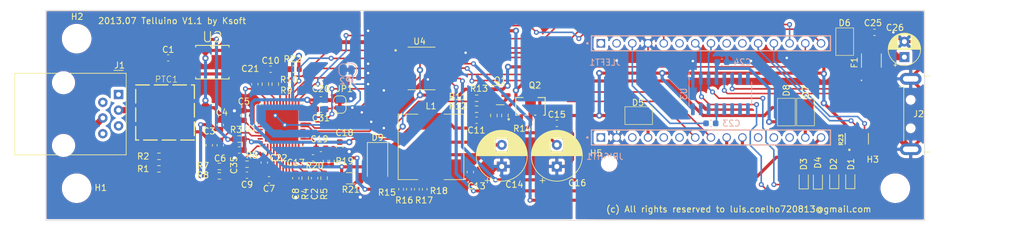
<source format=kicad_pcb>
(kicad_pcb (version 20221018) (generator pcbnew)
  (layers (0 "F.Cu" signal) (31 "B.Cu" signal) (34 "B.Paste" user) (35 "F.Paste" user) (36 "B.SilkS" user "B.Silkscreen") (37 "F.SilkS" user "F.Silkscreen") (38 "B.Mask" user) (39 "F.Mask" user) (44 "Edge.Cuts" user))
  (net 0 "")
  (net 1 "GNDA")
  (net 2 "Net-(C2-Pad2)")
  (net 3 "Net-(C3-Pad2)")
  (net 4 "Net-(C4-Pad2)")
  (net 5 "VBAT")
  (net 6 "+3.3VA")
  (net 7 "Net-(C11-Pad1)")
  (net 8 "GNDD")
  (net 9 "+5VL")
  (net 10 "Net-(U3-~{DTR})")
  (net 11 "+5VP")
  (net 12 "USB_RX1")
  (net 13 "+3.3VP")
  (net 14 "SWISY")
  (net 15 "VBSENSE")
  (net 16 "USB_TX1")
  (net 17 "SWOUTY")
  (net 18 "+3V3")
  (net 19 "Net-(D1-A)")
  (net 20 "Net-(D2-A)")
  (net 21 "Net-(D3-A)")
  (net 22 "Net-(D9-Pad1)")
  (net 23 "Net-(D4-A)")
  (net 24 "Net-(J2-VBUS)")
  (net 25 "Net-(J2-D-)")
  (net 26 "Net-(J2-D+)")
  (net 27 "/D1{slash}PD1{slash}TX")
  (net 28 "/D0{slash}PD0{slash}RX")
  (net 29 "/PC6{slash}RESET")
  (net 30 "PD3")
  (net 31 "OP1_LED")
  (net 32 "OP2_LED")
  (net 34 "/RESET")
  (net 35 "FS_5")
  (net 36 "DCLK_5")
  (net 37 "DXA_5")
  (net 38 "CS_N_5")
  (net 39 "DRA_5")
  (net 40 "DIN_5")
  (net 41 "PCLK_5")
  (net 42 "DOUT_5")
  (net 43 "PC0")
  (net 44 "/AREF")
  (net 45 "PC1")
  (net 46 "Net-(L1-Pad2)")
  (net 47 "ADC6")
  (net 48 "PD6")
  (net 49 "ADC7")
  (net 50 "PD7")
  (net 51 "Net-(Q1-E)")
  (net 52 "Net-(Q1-C)")
  (net 56 "FS")
  (net 57 "DXA")
  (net 58 "DRA")
  (net 59 "PCLK")
  (net 60 "INT_N")
  (net 61 "DCLK")
  (net 62 "DIN")
  (net 63 "DOUT")
  (net 64 "CS_N")
  (net 70 "+5V")
  (net 71 "Net-(U2-G)")
  (net 72 "Net-(U1A-SWVSY)")
  (net 73 "/TIP")
  (net 74 "/RING")
  (net 75 "Net-(U1B-DVDD1V2)")
  (net 76 "Net-(U1A-IHL1)")
  (net 77 "Net-(U1B-VREF)")
  (net 78 "Net-(U1A-LFC)")
  (net 79 "Net-(U1A-SWCMPY)")
  (net 80 "Net-(U1A-IREF)")
  (net 81 "Net-(U1A-I{slash}O1{slash}VS1)")
  (net 82 "Net-(U1A-RSN1)")
  (net 83 "Net-(U1A-RTV1)")
  (net 84 "Net-(U1A-RAC1)")
  (net 85 "Net-(U1A-TAC1)")
  (net 86 "Net-(U1A-RDC1)")
  (net 87 "Net-(U1A-TDC1)")
  (net 105 "/TIP_IN")
  (net 106 "/RING_IN")
  (net 109 "VDDHPI")
  (footprint "Resistor_SMD:R_0402_1005Metric" (layer "F.Cu") (at 133.392 113.359349 -90)
    (fp_text reference "R15")
    (fp_text value "1R0 1/16W")
  )
  (footprint "Capacitor_SMD:C_0603_1608Metric" (layer "F.Cu") (at 144.568 110.567349 -90)
    (fp_text reference "C13")
    (fp_text value "0.1uF/100V")
  )
  (footprint "my_lib:FUSM4632X85" (layer "F.Cu") (at 209.338 92.534349 90)
    (fp_text reference "F1")
    (fp_text value "MF-MSMF050-2")
  )
  (footprint "my_lib:QFN50P700X700X90-49N" (layer "F.Cu") (at 114.088 102.947349 90)
    (fp_text reference "U1")
    (fp_text value "LE9641PQC")
  )
  (footprint "LED_SMD:LED_0603_1608Metric" (layer "F.Cu") (at 203.342 111.787349 90)
    (fp_text reference "D2")
    (fp_text value "OP2 Orange")
  )
  (footprint "Resistor_SMD:R_0603_1608Metric" (layer "F.Cu") (at 104.036 109.668349)
    (fp_text reference "R7")
    (fp_text value "10K 1%")
  )
  (footprint "LED_SMD:LED_0603_1608Metric" (layer "F.Cu") (at 198.416 111.812849 90)
    (fp_text reference "D3")
    (fp_text value "Red Rx")
  )
  (footprint "Resistor_SMD:R_0402_1005Metric" (layer "F.Cu") (at 135.932 113.359349 -90)
    (fp_text reference "R17")
    (fp_text value "1R0 1/16W")
  )
  (footprint "Connector_USB:USB_A_CNCTech_1001-011-01101_Horizontal" (layer "F.Cu") (at 222.588 101.188349)
    (fp_text reference "J2")
    (fp_text value "USB_A")
  )
  (footprint "Resistor_SMD:R_0603_1608Metric" (layer "F.Cu") (at 120.946 111.557349 90)
    (fp_text reference "R5")
    (fp_text value "1Meg 1%")
  )
  (footprint "Capacitor_SMD:C_0603_1608Metric" (layer "F.Cu") (at 119.422 111.557349 -90)
    (fp_text reference "C2")
    (fp_text value "22nF/100V")
  )
  (footprint "my_lib:DO220AAL" (layer "F.Cu") (at 195.622 100.853349 -90)
    (fp_text reference "D8")
    (fp_text value "SS1P3L")
  )
  (footprint "Capacitor_SMD:C_0603_1608Metric" (layer "F.Cu") (at 104.182 102.934349 -90)
    (fp_text reference "C4")
    (fp_text value "22 nF/100V")
  )
  (footprint "Resistor_SMD:R_1206_3216Metric" (layer "F.Cu") (at 125.264 111.583349 180)
    (fp_text reference "R21")
    (fp_text value "20R")
  )
  (footprint "Capacitor_SMD:C_0603_1608Metric" (layer "F.Cu") (at 111.294 109.043349 90)
    (fp_text reference "C22")
    (fp_text value "1uF/6.3V")
  )
  (footprint "LED_SMD:LED_0603_1608Metric" (layer "F.Cu") (at 200.702 111.838349 90)
    (fp_text reference "D4")
    (fp_text value "Green Tx")
  )
  (footprint "Capacitor_THT:CP_Radial_D5.0mm_P2.50mm" (layer "F.Cu") (at 214.672 91.961462 90)
    (fp_text reference "C26")
    (fp_text value "10uF/25V")
  )
  (footprint "Capacitor_SMD:C_0603_1608Metric" (layer "F.Cu") (at 107.23 107.011349)
    (fp_text reference "C35")
    (fp_text value "0.1uF/100V")
  )
  (footprint "Resistor_SMD:R_0603_1608Metric" (layer "F.Cu") (at 94.276 110.059349)
    (fp_text reference "R1")
    (fp_text value "1Meg 1%")
  )
  (footprint "Capacitor_SMD:C_0603_1608Metric" (layer "F.Cu") (at 116.374 111.570349 -90)
    (fp_text reference "C8")
    (fp_text value "4.7uF/8.3V")
  )
  (footprint "Diode_SMD:D_SMA" (layer "F.Cu") (at 129.582 109.297349 -90)
    (fp_text reference "D9")
    (fp_text value "ES1C-13-F 1A/150V")
  )
  (footprint "Capacitor_SMD:C_0603_1608Metric" (layer "F.Cu") (at 145.584 102.185349 180)
    (fp_text reference "C11")
    (fp_text value "0.1uF/100V")
  )
  (footprint "Capacitor_SMD:C_0603_1608Metric" (layer "F.Cu") (at 102.404 106.236349 -90)
    (fp_text reference "C3")
    (fp_text value "22nF/100V")
  )
  (footprint "Capacitor_SMD:C_0603_1608Metric" (layer "F.Cu") (at 158.538 102.693349)
    (fp_text reference "C15")
    (fp_text value "0.1uF/100V")
  )
  (footprint "Resistor_SMD:R_0603_1608Metric" (layer "F.Cu") (at 145.584 100.407349)
    (fp_text reference "R12")
    (fp_text value "75R 5%")
  )
  (footprint "Resistor_SMD:R_0603_1608Metric" (layer "F.Cu") (at 116.12 93.920349 180)
    (fp_text reference "R22")
    (fp_text value "2R0 5%")
  )
  (footprint "Resistor_SMD:R_0603_1608Metric" (layer "F.Cu") (at 113.072 96.344349 90)
    (fp_text reference "R9")
    (fp_text value "1Meg 1%")
  )
  (footprint "Resistor_SMD:R_0603_1608Metric" (layer "F.Cu") (at 148.378 101.423349 90)
    (fp_text reference "R13")
    (fp_text value "0R")
  )
  (footprint "my_lib:SOIC127P780X210-8N" (layer "F.Cu") (at 102.912 92.787349)
    (fp_text reference "U2")
    (fp_text value "TISP61089BDR-S")
  )
  (footprint "Resistor_SMD:R_0603_1608Metric" (layer "F.Cu") (at 111.4718 96.344349 90)
    (fp_text reference "R10")
    (fp_text value "75K 0.5%")
  )
  (footprint "Capacitor_SMD:C_0603_1608Metric" (layer "F.Cu") (at 123.486 106.503349 90)
    (fp_text reference "C18")
    (fp_text value "0.1uF/100V")
  )
  (footprint "my_lib:DO220AAL" (layer "F.Cu") (at 171.746 101.424349)
    (fp_text reference "D5")
    (fp_text value "SS1P3L")
  )
  (footprint "LED_SMD:LED_0603_1608Metric" (layer "F.Cu") (at 205.932 111.787349 90)
    (fp_text reference "D1")
    (fp_text value "OP1 Blue")
  )
  (footprint "Package_TO_SOT_SMD:SOT-23" (layer "F.Cu") (at 149.394 98.121349)
    (fp_text reference "Q1")
    (fp_text value "MMBT3904")
  )
  (footprint "Resistor_SMD:R_0603_1608Metric" (layer "F.Cu") (at 145.584 98.629349 180)
    (fp_text reference "R11")
    (fp_text value "10K 1%")
  )
  (footprint "Resistor_SMD:R_0402_1005Metric" (layer "F.Cu") (at 121.2 108.789349 90)
    (fp_text reference "R20")
    (fp_text value "1K")
  )
  (footprint "Inductor_SMD:L_10.4x10.4_H4.8" (layer "F.Cu") (at 138.218 106.503349 -90)
    (fp_text reference "L1")
    (fp_text value "22uH 1.8A")
  )
  (footprint "Jumper:SolderJumper-2_P1.3mm_Bridged_RoundedPad1.0x1.5mm" (layer "F.Cu") (at 123.486 99.645349 -90)
    (fp_text reference "JP1")
    (fp_text value "A_D_Ground_Bridge")
  )
  (footprint "my_lib:DO220AAL" (layer "F.Cu") (at 205.02 89.485349 90)
    (fp_text reference "D6")
    (fp_text value "SS1P3L")
  )
  (footprint "Capacitor_SMD:C_0603_1608Metric" (layer "F.Cu") (at 209.846 87.962349 180)
    (fp_text reference "C25")
    (fp_text value "0.1uF/100V")
  )
  (footprint "Capacitor_SMD:C_0603_1608Metric" (layer "F.Cu") (at 109.77 96.344349 -90)
    (fp_text reference "C21")
    (fp_text value "0.1uF/100V")
  )
  (footprint "my_lib:ptc-4-mf-sd" (layer "F.Cu") (at 97.792 104.065349)
    (fp_text reference "PTC1")
    (fp_text value "MF-SD013")
  )
  (footprint "MountingHole:MountingHole_4.3mm_M4" (layer "F.Cu") (at 80.988 113.188349)
    (fp_text reference "H1")
    (fp_text value "MountingHole")
  )
  (footprint "Capacitor_SMD:C_0603_1608Metric" (layer "F.Cu") (at 104.182 106.236349 90)
    (fp_text reference "C6")
    (fp_text value "22nF/100V")
  )
  (footprint "Capacitor_SMD:C_0603_1608Metric" (layer "F.Cu") (at 112.31 93.930349 180)
    (fp_text reference "C10")
    (fp_text value "10uF/25V")
  )
  (footprint "Capacitor_THT:CP_Radial_D8.0mm_P3.50mm" (layer "F.Cu") (at 149.648 109.68 90)
    (fp_text reference "C14")
    (fp_text value "10uF/100V")
  )
  (footprint "Capacitor_THT:CP_Radial_D8.0mm_P3.50mm" (layer "F.Cu") (at 158.538 109.68 90)
    (fp_text reference "C16")
    (fp_text value "1uF/100V")
  )
  (footprint "Resistor_SMD:R_0603_1608Metric" (layer "F.Cu") (at 108.5 109.297349)
    (fp_text reference "R6")
    (fp_text value "47.5K 1%")
  )
  (footprint "MountingHole:MountingHole_4.3mm_M4" (layer "F.Cu") (at 80.988 88.978349)
    (fp_text reference "H2")
    (fp_text value "MountingHole")
  )
  (footprint "MountingHole:MountingHole_2.2mm_M2" (layer "F.Cu") (at 166.988 109.188349)
    (fp_text reference "H5")
    (fp_text value "MountingHole")
  )
  (footprint "Capacitor_SMD:C_0603_1608Metric" (layer "F.Cu") (at 120.438 98.883349 180)
    (fp_text reference "C20")
    (fp_text value "0.01uF/16V")
  )
  (footprint "Capacitor_SMD:C_0603_1608Metric" (layer "F.Cu") (at 107.992 101.423349 90)
    (fp_text reference "C5")
    (fp_text value "22nF/100V")
  )
  (footprint "Resistor_SMD:R_0603_1608Metric" (layer "F.Cu") (at 150.156 101.423349 -90)
    (fp_text reference "R14")
    (fp_text value "1K")
  )
  (footprint "Capacitor_SMD:C_0603_1608Metric" (layer "F.Cu") (at 108.5 111.075349 180)
    (fp_text reference "C9")
    (fp_text value "4.7uF/8.3V")
  )
  (footprint "Capacitor_SMD:C_0603_1608Metric" (layer "F.Cu") (at 112.056 111.837349 180)
    (fp_text reference "C7")
    (fp_text value "4.7uF/8.3V")
  )
  (footprint "my_lib:RESCAXE80P320X160X70-8N" (layer "F.Cu") (at 206.988 105.188349 90)
    (fp_text reference "R23")
    (fp_text value "4*1K")
  )
  (footprint "my_lib:SOT-89-3_4P5X2P6_DIO" (layer "F.Cu") (at 154.2835 99.937449)
    (fp_text reference locked "Q2")
    (fp_text value "ZXTP2012Z")
  )
  (footprint "Capacitor_SMD:C_0603_1608Metric" (layer "F.Cu") (at 120.438 106.757349 180)
    (fp_text reference "C19")
    (fp_text value "4.7uF/8.3V")
  )
  (footprint "MountingHole:MountingHole_4.3mm_M4" (layer "F.Cu") (at 213.1988 113.184549)
    (fp_text reference "H3")
    (fp_text value "MountingHole")
  )
  (footprint "my_lib:SOP65P640X120-20N" (layer "F.Cu") (at 136.694 93.803349)
    (fp_text reference "U4")
    (fp_text value "TXS0108EPWRG4")
  )
  (footprint "Resistor_SMD:R_0402_1005Metric" (layer "F.Cu") (at 134.662 113.359349 -90)
    (fp_text reference "R16")
    (fp_text value "1R0 1/16W")
  )
  (footprint "Resistor_SMD:R_0402_1005Metric" (layer "F.Cu") (at 122.216 108.789349 -90)
    (fp_text reference "R19")
    (fp_text value "3.48K")
  )
  (footprint "Resistor_SMD:R_0603_1608Metric" (layer "F.Cu") (at 104.036 111.192349)
    (fp_text reference "R8")
    (fp_text value "10K 1%")
  )
  (footprint "Capacitor_SMD:C_0603_1608Metric" (layer "F.Cu") (at 95.7746 92.101549 180)
    (fp_text reference "C1")
    (fp_text value "0.1uF/100V")
  )
  (footprint "Connector_RJ:RJ12_Amphenol_54601" (layer "F.Cu") (at 87.758 98.018349 -90)
    (fp_text reference "J1")
    (fp_text value "6P2C")
  )
  (footprint "Resistor_SMD:R_0603_1608Metric" (layer "F.Cu") (at 117.898 111.557349 90)
    (fp_text reference "R4")
    (fp_text value "1Meg 1%")
  )
  (footprint "Capacitor_SMD:C_0603_1608Metric" (layer "F.Cu") (at 119.168 108.281349)
    (fp_text reference "C17")
    (fp_text value "220pF")
  )
  (footprint "Resistor_SMD:R_0603_1608Metric" (layer "F.Cu") (at 94.276 108.028349)
    (fp_text reference "R2")
    (fp_text value "1Meg 1%")
  )
  (footprint "Capacitor_SMD:C_0603_1608Metric" (layer "F.Cu") (at 120.438 100.407349 180)
    (fp_text reference "C31")
    (fp_text value "0.1uF/100V")
  )
  (footprint "Resistor_SMD:R_0402_1005Metric" (layer "F.Cu") (at 137.202 113.359349 -90)
    (fp_text reference "R18")
    (fp_text value "1R0 1/16W")
  )
  (footprint "Resistor_SMD:R_0603_1608Metric" (layer "F.Cu") (at 107.23 105.233349 180)
    (fp_text reference "R3")
    (fp_text value "0")
  )
  (footprint "my_lib:DO220AAL" (layer "F.Cu") (at 198.7208 100.841149 -90)
    (fp_text reference "D7")
    (fp_text value "SS1P3L")
  )
  (footprint "Jumper:SolderJumper-2_P1.3mm_Bridged_RoundedPad1.0x1.5mm" (layer "B.Cu") (at 124.756 94.058349)
    (fp_text reference "JP2")
    (fp_text value "A_D_Ground_Bridge")
  )
  (footprint "Capacitor_SMD:C_0603_1608Metric" (layer "B.Cu") (at 185.208 92.788349 180)
    (fp_text reference "C24")
    (fp_text value "0.1uF/100V")
  )
  (footprint "Package_SO:SOIC-16_3.9x9.9mm_P1.27mm" (layer "B.Cu") (at 184.954 97.932349 -90)
    (fp_text reference "U3")
    (fp_text value "CH340C")
  )
  (footprint "Capacitor_SMD:C_0603_1608Metric" (layer "B.Cu") (at 183.417 102.693349 180)
    (fp_text reference "C23")
    (fp_text value "0.1uF/100V")
  )
  (footprint "my_lib:SAMTEC_SSQ-115-01-F-S" (layer "B.Cu") (at 183.43 104.979349)
    (fp_text reference "JRIGHT1")
    (fp_text value "SSQ-115-01-F-S")
  )
  (footprint "my_lib:SAMTEC_SSQ-115-01-F-S" (layer "B.Cu") (at 183.43 89.739349)
    (fp_text reference "JLEFT1")
    (fp_text value "SSQ-115-01-F-S")
  )
  (gr_rect (start 75.99 84.398949) (end 217.9486 118.398949) (stroke (width 0.1)) (fill none) (layer "Edge.Cuts"))
  (gr_text "2013.07 Telluino V1.1 by Ksoft" (at 84.37 86.692349) (layer "F.SilkS") (effects (font (size 1 1)) (justify left bottom)))
  (gr_text "(c) All rights reserved to luis.coelho720813@gmail.com " (at 166.412 117.172349) (layer "F.SilkS") (effects (font (size 1 1)) (justify left bottom)))
  (segment (start 122.965 106.757349) (end 123.486 107.278349) (width 0.508) (layer "F.Cu") (net 1))
  (segment (start 106.5696 93.422349) (end 108.627 93.422349) (width 0.508) (layer "F.Cu") (net 1))
  (segment (start 109.2366 88.926549) (end 109.2366 90.628349) (width 0.508) (layer "F.Cu") (net 1))
  (segment (start 111.548 93.943349) (end 111.535 93.930349) (width 0.508) (layer "F.Cu") (net 1))
  (segment (start 106.481 100.648349) (end 106.468 100.661349) (width 0.508) (layer "F.Cu") (net 1))
  (segment (start 121.2 108.279349) (end 121.2 106.516349) (width 0.254) (layer "F.Cu") (net 1))
  (segment (start 111.548 95.477349) (end 111.548 93.943349) (width 0.508) (layer "F.Cu") (net 1))
  (segment (start 108.5 108.789349) (end 108.5 110.313349) (width 0.254) (layer "F.Cu") (net 1))
  (segment (start 123.486 107.278349) (end 124.997 107.278349) (width 0.508) (layer "F.Cu") (net 1))
  (segment (start 110.786 109.298349) (end 110.786 109.310349) (width 0.254) (layer "F.Cu") (net 1))
  (segment (start 108.487 110.313349) (end 107.725 111.075349) (width 0.254) (layer "F.Cu") (net 1))
  (segment (start 144.568 111.342349) (end 147.349 111.342349) (width 0.508) (layer "F.Cu") (net 1))
  (segment (start 94.9996 89.396749) (end 96.6636 87.732749) (width 0.508) (layer "F.Cu") (net 1))
  (segment (start 109.75 95.527349) (end 111.498 95.527349) (width 0.508) (layer "F.Cu") (net 1))
  (segment (start 107.7116 111.075349) (end 107.725 111.075349) (width 0.254) (layer "F.Cu") (net 1))
  (segment (start 109.769 108.281349) (end 109.008 108.281349) (width 0.254) (layer "F.Cu") (net 1))
  (segment (start 124.9737 98.995349) (end 125.264 98.705049) (width 0.508) (layer "F.Cu") (net 1))
  (segment (start 111.402 95.477349) (end 111.425 95.454349) (width 0.508) (layer "F.Cu") (net 1))
  (segment (start 121.2 106.516349) (end 121.213 106.503349) (width 0.254) (layer "F.Cu") (net 1))
  (segment (start 110.786 109.298349) (end 109.769 108.281349) (width 0.254) (layer "F.Cu") (net 1))
  (segment (start 124.997 107.278349) (end 125.01 107.265349) (width 0.508) (layer "F.Cu") (net 1))
  (segment (start 109.008 108.281349) (end 108.5 108.789349) (width 0.254) (layer "F.Cu") (net 1))
  (segment (start 109.2366 90.628349) (end 107.7126 92.152349) (width 0.508) (layer "F.Cu") (net 1))
  (segment (start 108.627 93.422349) (end 109.75 94.545349) (width 0.508) (layer "F.Cu") (net 1))
  (segment (start 106.468 109.831749) (end 107.7116 111.075349) (width 0.254) (layer "F.Cu") (net 1))
  (segment (start 134.662 113.869349) (end 135.932 113.869349) (width 0.508) (layer "F.Cu") (net 1))
  (segment (start 144.568 111.342349) (end 145.343 111.342349) (width 0.508) (layer "F.Cu") (net 1))
  (segment (start 149.648 109.68) (end 158.538 109.68) (width 0.508) (layer "F.Cu") (net 1))
  (segment (start 106.468 107.024349) (end 106.468 109.831749) (width 0.254) (layer "F.Cu") (net 1))
  (segment (start 135.932 113.869349) (end 137.202 113.869349) (width 0.508) (layer "F.Cu") (net 1))
  (segment (start 111.352 95.527349) (end 111.402 95.477349) (width 0.508) (layer "F.Cu") (net 1))
  (segment (start 161.078 108.535349) (end 159.933349 109.68) (width 0.508) (layer "F.Cu") (net 1))
  (segment (start 108.5 110.313349) (end 108.487 110.313349) (width 0.254) (layer "F.Cu") (net 1))
  (segment (start 108.0428 87.732749) (end 109.2366 88.926549) (width 0.508) (layer "F.Cu") (net 1))
  (segment (start 149.011349 109.68) (end 149.648 109.68) (width 0.508) (layer "F.Cu") (net 1))
  (segment (start 106.468 107.024349) (end 106.455 107.011349) (width 0.508) (layer "F.Cu") (net 1))
  (segment (start 116.374 112.345349) (end 116.374 114.632349) (width 0.508) (layer "F.Cu") (net 1))
  (segment (start 133.392 113.869349) (end 134.662 113.869349) (width 0.508) (layer "F.Cu") (net 1))
  (segment (start 137.202 113.869349) (end 142.041 113.869349) (width 0.508) (layer "F.Cu") (net 1))
  (segment (start 119.943 108.281349) (end 121.198 108.281349) (width 0.254) (layer "F.Cu") (net 1))
  (segment (start 96.6636 87.732749) (end 108.0428 87.732749) (width 0.508) (layer "F.Cu") (net 1))
  (segment (start 107.992 100.648349) (end 106.481 100.648349) (width 0.508) (layer "F.Cu") (net 1))
  (segment (start 106.468 96.851349) (end 107.792 95.527349) (width 0.508) (layer "F.Cu") (net 1))
  (segment (start 106.5696 92.152349) (end 106.5696 93.422349) (width 0.508) (layer "F.Cu") (net 1))
  (segment (start 121.213 106.757349) (end 122.965 106.757349) (width 0.508) (layer "F.Cu") (net 1))
  (segment (start 121.198 108.281349) (end 121.2 108.279349) (width 0.254) (layer "F.Cu") (net 1))
  (segment (start 104.182 107.011349) (end 106.455 107.011349) (width 0.508) (layer "F.Cu") (net 1))
  (segment (start 132.63 114.631349) (end 133.392 113.869349) (width 0.508) (layer "F.Cu") (net 1))
  (segment (start 121.325 98.995349) (end 121.213 98.883349) (width 0.508) (layer "F.Cu") (net 1))
  (segment (start 142.041 113.869349) (end 144.568 111.342349) (width 0.508) (layer "F.Cu") (net 1))
  (segment (start 147.349 111.342349) (end 149.011349 109.68) (width 0.508) (layer "F.Cu") (net 1))
  (segment (start 106.468 96.851349) (end 106.468 100.661349) (width 0.508) (layer "F.Cu") (net 1))
  (segment (start 111.498 95.527349) (end 111.548 95.477349) (width 0.508) (layer "F.Cu") (net 1))
  (segment (start 107.792 95.527349) (end 109.75 95.527349) (width 0.508) (layer "F.Cu") (net 1))
  (segment (start 94.9996 92.101549) (end 94.9996 89.396749) (width 0.508) (layer "F.Cu") (net 1))
  (segment (start 107.7126 92.152349) (end 106.5696 92.152349) (width 0.508) (layer "F.Cu") (net 1))
  (segment (start 159.933349 109.68) (end 158.538 109.68) (width 0.508) (layer "F.Cu") (net 1))
  (segment (start 116.375 114.631349) (end 132.63 114.631349) (width 0.508) (layer "F.Cu") (net 1))
  (segment (start 161.078 104.370849) (end 161.078 108.535349) (width 0.508) (layer "F.Cu") (net 1))
  (segment (start 123.486 98.995349) (end 121.325 98.995349) (width 0.508) (layer "F.Cu") (net 1))
  (segment (start 123.486 98.995349) (end 124.9737 98.995349) (width 0.508) (layer "F.Cu") (net 1))
  (segment (start 159.4005 102.693349) (end 161.078 104.370849) (width 0.508) (layer "F.Cu") (net 1))
  (segment (start 116.374 114.632349) (end 116.375 114.631349) (width 0.508) (layer "F.Cu") (net 1))
  (segment (start 109.75 94.545349) (end 109.75 95.527349) (width 0.508) (layer "F.Cu") (net 1))
  (segment (start 110.786 109.310349) (end 111.294 109.818349) (width 0.254) (layer "F.Cu") (net 1))
  (via (at 126.788 114.631349) (size 1.016) (drill 0.508) (layers "F.Cu" "B.Cu") (net 1))
  (via (at 125.264 98.705049) (size 1.016) (drill 0.508) (layers "F.Cu" "B.Cu") (net 1))
  (via (at 116.374 114.632349) (size 1.016) (drill 0.508) (layers "F.Cu" "B.Cu") (net 1))
  (via (at 125.01 107.265349) (size 1.016) (drill 0.508) (layers "F.Cu" "B.Cu") (net 1))
  (via (at 106.468 108.281349) (size 1.016) (drill 0.508) (layers "F.Cu" "B.Cu") (net 1))
  (via (at 106.468 100.661349) (size 1.016) (drill 0.508) (layers "F.Cu" "B.Cu") (net 1))
  (segment (start 116.374 114.632349) (end 115.611 113.869349) (width 0.508) (layer "B.Cu") (net 1))
  (segment (start 106.468 112.091349) (end 106.468 108.281349) (width 0.508) (layer "B.Cu") (net 1))
  (segment (start 125.01 112.853349) (end 126.788 114.631349) (width 0.508) (layer "B.Cu") (net 1))
  (segment (start 106.468 100.661349) (end 106.468 108.281349) (width 0.508) (layer "B.Cu") (net 1))
  (segment (start 108.246 113.869349) (end 106.468 112.091349) (width 0.508) (layer "B.Cu") (net 1))
  (segment (start 115.611 113.869349) (end 108.246 113.869349) (width 0.508) (layer "B.Cu") (net 1))
  (segment (start 125.264 98.705049) (end 124.106 97.547049) (width 0.508) (layer "B.Cu") (net 1))
  (segment (start 124.106 97.547049) (end 124.106 94.058349) (width 0.508) (layer "B.Cu") (net 1))
  (segment (start 125.01 107.265349) (end 125.01 112.853349) (width 0.508) (layer "B.Cu") (net 1))
  (segment (start 120.946 112.382349) (end 119.472 112.382349) (width 0.254) (layer "F.Cu") (net 2))
  (segment (start 119.472 112.382349) (end 119.422 112.332349) (width 0.254) (layer "F.Cu") (net 2))
  (segment (start 102.404 108.841149) (end 102.404 107.011349) (width 0.508) (layer "F.Cu") (net 3))
  (segment (start 103.211 109.668349) (end 103.211 109.648149) (width 0.508) (layer "F.Cu") (net 3))
  (segment (start 103.211 109.648149) (end 102.404 108.841149) (width 0.508) (layer "F.Cu") (net 3))
  (segment (start 104.182 103.709349) (end 103.3946 103.709349) (width 0.508) (layer "F.Cu") (net 4))
  (segment (start 103.3946 103.709349) (end 102.5818 102.896549) (width 0.508) (layer "F.Cu") (net 4))
  (segment (start 102.5818 102.896549) (end 101.007 102.896549) (width 0.508) (layer "F.Cu") (net 4))
  (segment (start 101.007 111.176949) (end 103.1956 111.176949) (width 0.508) (layer "F.Cu") (net 4))
  (segment (start 103.1956 111.176949) (end 103.211 111.192349) (width 0.508) (layer "F.Cu") (net 4))
  (via (at 101.007 111.176949) (size 0.8) (drill 0.4) (layers "F.Cu" "B.Cu") (net 4))
  (via (at 101.007 102.896549) (size 0.8) (drill 0.4) (layers "F.Cu" "B.Cu") (net 4))
  (segment (start 101.007 102.896549) (end 101.007 111.176949) (width 0.508) (layer "B.Cu") (net 4))
  (segment (start 147.0826 104.217349) (end 145.5586 105.741349) (width 0.508) (layer "F.Cu") (net 5))
  (segment (start 108.055 105.233349) (end 108.754 105.233349) (width 0.254) (layer "F.Cu") (net 5))
  (segment (start 145.5586 105.741349) (end 135.678 105.741349) (width 0.508) (layer "F.Cu") (net 5))
  (segment (start 156.1515 104.217349) (end 157.6755 102.693349) (width 0.508) (layer "F.Cu") (net 5))
  (segment (start 109.2112 105.690549) (end 110.6312 105.690549) (width 0.254) (layer "F.Cu") (net 5))
  (segment (start 127.1182 109.729149) (end 123.7908 109.729149) (width 0.508) (layer "F.Cu") (net 5))
  (segment (start 156.1515 104.217349) (end 156.575349 104.217349) (width 0.508) (layer "F.Cu") (net 5))
  (segment (start 156.575349 104.217349) (end 158.538 106.18) (width 0.508) (layer "F.Cu") (net 5))
  (segment (start 109.218 105.697349) (end 110.638 105.697349) (width 0.254) (layer "F.Cu") (net 5))
  (segment (start 127.55 109.297349) (end 127.1182 109.729149) (width 0.508) (layer "F.Cu") (net 5))
  (segment (start 135.678 105.741349) (end 132.122 109.297349) (width 0.508) (layer "F.Cu") (net 5))
  (segment (start 123.7908 109.729149) (end 123.7908 111.572649) (width 0.508) (layer "F.Cu") (net 5))
  (segment (start 110.6312 105.690549) (end 110.638 105.697349) (width 0.254) (layer "F.Cu") (net 5))
  (segment (start 156.1515 104.217349) (end 147.0826 104.217349) (width 0.508) (layer "F.Cu") (net 5))
  (segment (start 123.7908 111.572649) (end 123.8015 111.583349) (width 0.508) (layer "F.Cu") (net 5))
  (segment (start 108.055 106.961349) (end 108.005 107.011349) (width 0.508) (layer "F.Cu") (net 5))
  (segment (start 108.754 105.233349) (end 109.2112 105.690549) (width 0.254) (layer "F.Cu") (net 5))
  (segment (start 109.2112 105.690549) (end 109.218 105.697349) (width 0.254) (layer "F.Cu") (net 5))
  (segment (start 132.122 109.297349) (end 127.55 109.297349) (width 0.508) (layer "F.Cu") (net 5))
  (segment (start 108.055 105.233349) (end 108.055 106.961349) (width 0.508) (layer "F.Cu") (net 5))
  (via (at 109.2112 105.690549) (size 0.8) (drill 0.4) (layers "F.Cu" "B.Cu") (net 5))
  (via (at 123.7908 109.729149) (size 0.8) (drill 0.4) (layers "F.Cu" "B.Cu") (net 5))
  (segment (start 110.4802 105.690549) (end 114.5188 109.729149) (width 0.508) (layer "B.Cu") (net 5))
  (segment (start 109.2112 105.690549) (end 110.4802 105.690549) (width 0.508) (layer "B.Cu") (net 5))
  (segment (start 114.5188 109.729149) (end 123.7908 109.729149) (width 0.508) (layer "B.Cu") (net 5))
  (segment (start 114.088 94.311349) (end 114.479 93.920349) (width 0.254) (layer "F.Cu") (net 6))
  (segment (start 109.85157 97.077349) (end 109.75 97.077349) (width 0.254) (layer "F.Cu") (net 6))
  (segment (start 111.838 99.063779) (end 109.85157 97.077349) (width 0.254) (layer "F.Cu") (net 6))
  (segment (start 110.052 97.077349) (end 110.786 96.343349) (width 0.254) (layer "F.Cu") (net 6))
  (segment (start 114.088 95.835349) (end 114.088 94.311349) (width 0.254) (layer "F.Cu") (net 6))
  (segment (start 111.838 107.724349) (end 111.294 108.268349) (width 0.254) (layer "F.Cu") (net 6))
  (segment (start 109.828 97.105349) (end 109.856 97.077349) (width 0.254) (layer "F.Cu") (net 6))
  (segment (start 109.722 97.105349) (end 109.75 97.077349) (width 0.254) (layer "F.Cu") (net 6))
  (segment (start 114.479 93.920349) (end 115.295 93.920349) (width 0.254) (layer "F.Cu") (net 6))
  (segment (start 110.024 107.519349) (end 110.545 107.519349) (width 0.508) (layer "F.Cu") (net 6))
  (segment (start 110.786 96.343349) (end 113.58 96.343349) (width 0.254) (layer "F.Cu") (net 6))
  (segment (start 111.838 99.497349) (end 111.838 99.063779) (width 0.254) (layer "F.Cu") (net 6))
  (segment (start 108.246 97.105349) (end 109.722 97.105349) (width 0.254) (layer "F.Cu") (net 6))
  (segment (start 111.838 107.724349) (end 111.838 106.397349) (width 0.254) (layer "F.Cu") (net 6))
  (segment (start 110.545 107.519349) (end 111.294 108.268349) (width 0.508) (layer "F.Cu") (net 6))
  (segment (start 109.976 97.077349) (end 109.856 97.077349) (width 0.254) (layer "F.Cu") (net 6))
  (segment (start 113.58 96.343349) (end 114.088 95.835349) (width 0.254) (layer "F.Cu") (net 6))
  (segment (start 109.75 97.077349) (end 110.052 97.077349) (width 0.254) (layer "F.Cu") (net 6))
  (via (at 110.024 107.519349) (size 0.8) (drill 0.4) (layers "F.Cu" "B.Cu") (net 6))
  (via (at 108.246 97.105349) (size 0.8) (drill 0.4) (layers "F.Cu" "B.Cu") (net 6))
  (segment (start 108.246 107.265349) (end 108.5 107.519349) (width 0.254) (layer "B.Cu") (net 6))
  (segment (start 108.246 97.105349) (end 108.246 107.265349) (width 0.254) (layer "B.Cu") (net 6))
  (segment (start 108.5 107.519349) (end 110.024 107.519349) (width 0.254) (layer "B.Cu") (net 6))
  (segment (start 151.8588 101.753549) (end 152.7835 101.753549) (width 0.508) (layer "F.Cu") (net 7))
  (segment (start 146.359 102.185349) (end 148.315 102.185349) (width 0.508) (layer "F.Cu") (net 7))
  (segment (start 148.315 102.185349) (end 148.378 102.248349) (width 0.508) (layer "F.Cu") (net 7))
  (segment (start 151.364 102.248349) (end 151.8588 101.753549) (width 0.508) (layer "F.Cu") (net 7))
  (segment (start 148.378 102.248349) (end 150.156 102.248349) (width 0.508) (layer "F.Cu") (net 7))
  (segment (start 150.156 102.248349) (end 151.364 102.248349) (width 0.508) (layer "F.Cu") (net 7))
  (segment (start 214.672 89.461462) (end 214.393113 89.461462) (width 0.508) (layer "F.Cu") (net 8))
  (segment (start 130.598 103.455349) (end 133.392 100.661349) (width 0.254) (layer "F.Cu") (net 8))
  (segment (start 189.907 92.585149) (end 180.5334 92.585149) (width 0.508) (layer "F.Cu") (net 8))
  (segment (start 173.27 92.533349) (end 173.27 89.739349) (width 0.254) (layer "F.Cu") (net 8))
  (segment (start 127.042 100.915349) (end 127.043 100.915349) (width 0.508) (layer "F.Cu") (net 8))
  (segment (start 136.055 96.728349) (end 137.71 96.728349) (width 0.254) (layer "F.Cu") (net 8))
  (segment (start 215.688 106.888349) (end 217.1104 105.465949) (width 0.508) (layer "F.Cu") (net 8))
  (segment (start 217.1104 105.465949) (end 217.1104 96.910749) (width 0.508) (layer "F.Cu") (net 8))
  (segment (start 195.2146 92.559749) (end 195.6728 92.101549) (width 0.508) (layer "F.Cu") (net 8))
  (segment (start 214.393113 89.461462) (end 212.894 87.962349) (width 0.508) (layer "F.Cu") (net 8))
  (segment (start 137.71 96.728349) (end 139.564 96.728349) (width 0.254) (layer "F.Cu") (net 8))
  (segment (start 189.907 92.585149) (end 189.9324 92.559749) (width 0.508) (layer "F.Cu") (net 8))
  (segment (start 127.043 100.915349) (end 130.598 97.360349) (width 0.508) (layer "F.Cu") (net 8))
  (segment (start 217.1104 96.910749) (end 215.688 95.488349) (width 0.508) (layer "F.Cu") (net 8))
  (segment (start 137.71 95.581349) (end 137.71 96.728349) (width 0.254) (layer "F.Cu") (net 8))
  (segment (start 215.688 95.328349) (end 216.958 94.058349) (width 0.508) (layer "F.Cu") (net 8))
  (segment (start 123.598 100.407349) (end 123.486 100.295349) (width 0.254) (layer "F.Cu") (net 8))
  (segment (start 123.486 100.295349) (end 121.325 100.295349) (width 0.254) (layer "F.Cu") (net 8))
  (segment (start 189.9324 92.559749) (end 195.2146 92.559749) (width 0.508) (layer "F.Cu") (net 8))
  (segment (start 205.932 112.574849) (end 212.938 105.568849) (width 0.254) (layer "F.Cu") (net 8))
  (segment (start 180.4328 92.533349) (end 168.19 92.533349) (width 0.508) (layer "F.Cu") (net 8))
  (segment (start 123.486 100.295349) (end 123.628 100.153349) (width 0.254) (layer "F.Cu") (net 8))
  (segment (start 210.621 87.962349) (end 212.894 87.962349) (width 0.508) (layer "F.Cu") (net 8))
  (segment (start 121.325 100.295349) (end 121.213 100.407349) (width 0.254) (layer "F.Cu") (net 8))
  (segment (start 215.688 95.488349) (end 215.688 95.328349) (width 0.508) (layer "F.Cu") (net 8))
  (segment (start 216.958 90.248349) (end 216.171113 89.461462) (width 0.508) (layer "F.Cu") (net 8))
  (segment (start 180.509 92.609549) (end 180.4328 92.533349) (width 0.508) (layer "F.Cu") (net 8))
  (segment (start 114.088 102.947349) (end 114.596 102.947349) (width 0.254) (layer "F.Cu") (net 8))
  (segment (start 205.932 112.574849) (end 205.9585 112.601349) (width 0.508) (layer "F.Cu") (net 8))
  (segment (start 133.392 100.661349) (end 133.392 99.391349) (width 0.254) (layer "F.Cu") (net 8))
  (segment (start 166.92 91.263349) (end 143.806 91.263349) (width 0.254) (layer "F.Cu") (net 8))
  (segment (start 212.938 104.688349) (end 213.488 104.688349) (width 1.016) (layer "F.Cu") (net 8))
  (segment (start 133.392 99.391349) (end 136.055 96.728349) (width 0.254) (layer "F.Cu") (net 8))
  (segment (start 213.488 104.688349) (end 215.688 106.888349) (width 1.016) (layer "F.Cu") (net 8))
  (segment (start 216.171113 89.461462) (end 214.672 89.461462) (width 0.508) (layer "F.Cu") (net 8))
  (segment (start 216.958 94.058349) (end 216.958 90.248349) (width 0.508) (layer "F.Cu") (net 8))
  (segment (start 212.938 105.568849) (end 212.938 104.688349) (width 0.254) (layer "F.Cu") (net 8))
  (segment (start 205.9575 112.600349) (end 205.932 112.574849) (width 0.254) (layer "F.Cu") (net 8))
  (segment (start 215.688 107.488349) (end 215.688 106.888349) (width 0.508) (layer "F.Cu") (net 8))
  (segment (start 123.628 100.153349) (end 125.518 100.153349) (width 0.254) (layer "F.Cu") (net 8))
  (segment (start 180.5334 92.585149) (end 180.509 92.609549) (width 0.508) (layer "F.Cu") (net 8))
  (segment (start 203.342 112.574849) (end 205.932 112.574849) (width 0.254) (layer "F.Cu") (net 8))
  (segment (start 168.19 92.533349) (end 173.27 92.533349) (width 0.254) (layer "F.Cu") (net 8))
  (segment (start 168.19 92.533349) (end 166.92 91.263349) (width 0.254) (layer "F.Cu") (net 8))
  (via (at 180.509 92.609549) (size 0.8) (drill 0.4) (layers "F.Cu" "B.Cu") (net 8))
  (via (at 168.19 92.533349) (size 0.8) (drill 0.4) (layers "F.Cu" "B.Cu") (net 8))
  (via (at 125.518 100.153349) (size 0.8) (drill 0.4) (layers "F.Cu" "B.Cu") (net 8))
  (via (at 128.058 94.565349) (size 0.8) (drill 0.4) (layers "F.Cu" "B.Cu") (net 8))
  (via (at 130.598 97.360349) (size 0.8) (drill 0.4) (layers "F.Cu" "B.Cu") (net 8))
  (via (at 128.058 87.707349) (size 0.8) (drill 0.4) (layers "F.Cu" "B.Cu") (net 8))
  (via (at 212.894 87.962349) (size 0.8) (drill 0.4) (layers "F.Cu" "B.Cu") (net 8))
  (via (at 143.806 91.263349) (size 0.8) (drill 0.4) (layers "F.Cu" "B.Cu") (net 8))
  (via (at 114.596 102.947349) (size 0.8) (drill 0.4) (layers "F.Cu" "B.Cu") (net 8))
  (via (at 189.907 92.585149) (size 0.8) (drill 0.4) (layers "F.Cu" "B.Cu") (net 8))
  (via (at 113.072 101.424349) (size 0.8) (drill 0.4) (layers "F.Cu" "B.Cu") (net 8))
  (via (at 130.598 103.455349) (size 0.8) (drill 0.4) (layers "F.Cu" "B.Cu") (net 8))
  (via (at 128.058 96.343349) (size 0.8) (drill 0.4) (layers "F.Cu" "B.Cu") (net 8))
  (via (at 127.042 100.915349) (size 0.8) (drill 0.4) (layers "F.Cu" "B.Cu") (net 8))
  (via (at 128.058 93.041349) (size 0.8) (drill 0.4) (layers "F.Cu" "B.Cu") (net 8))
  (via (at 137.71 95.581349) (size 0.8) (drill 0.4) (layers "F.Cu" "B.Cu") (net 8))
  (via (at 195.6728 92.101549) (size 0.8) (drill 0.4) (layers "F.Cu" "B.Cu") (net 8))
  (via (at 128.566 102.439349) (size 0.8) (drill 0.4) (layers "F.Cu" "B.Cu") (net 8))
  (segment (start 129.582 103.455349) (end 130.09 103.455349) (width 0.254) (layer "B.Cu") (net 8))
  (segment (start 125.518 96.343349) (end 125.518 94.170349) (width 0.254) (layer "B.Cu") (net 8))
  (segment (start 125.518 94.170349) (end 125.406 94.058349) (width 0.254) (layer "B.Cu") (net 8))
  (segment (start 125.518 100.153349) (end 126.788 98.883349) (width 0.254) (layer "B.Cu") (net 8))
  (segment (start 189.907 92.585149) (end 189.7048 92.787349) (width 0.508) (layer "B.Cu") (net 8))
  (segment (start 114.596 102.947349) (end 128.058 102.947349) (width 0.254) (layer "B.Cu") (net 8))
  (segment (start 130.09 103.455349) (end 130.598 103.455349) (width 0.254) (layer "B.Cu") (net 8))
  (segment (start 128.058 102.947349) (end 128.566 102.439349) (width 0.254) (layer "B.Cu") (net 8))
  (segment (start 126.28 100.153349) (end 127.042 100.915349) (width 0.254) (layer "B.Cu") (net 8))
  (segment (start 208.7548 92.101549) (end 212.894 87.962349) (width 0.508) (layer "B.Cu") (net 8))
  (segment (start 128.566 102.439349) (end 129.582 103.455349) (width 0.254) (layer "B.Cu") (net 8))
  (segment (start 128.058 94.565349) (end 128.058 93.041349) (width 0.254) (layer "B.Cu") (net 8))
  (segment (start 114.595 102.947349) (end 113.072 101.424349) (width 0.254) (layer "B.Cu") (net 8))
  (segment (start 126.788 98.883349) (end 126.788 97.613349) (width 0.254) (layer "B.Cu") (net 8))
  (segment (start 139.488 95.581349) (end 137.71 95.581349) (width 0.254) (layer "B.Cu") (net 8))
  (segment (start 189.7048 92.787349) (end 185.983 92.787349) (width 0.508) (layer "B.Cu") (net 8))
  (segment (start 143.806 91.263349) (end 139.488 95.581349) (width 0.254) (layer "B.Cu") (net 8))
  (segment (start 195.6728 92.101549) (end 208.7548 92.101549) (width 0.508) (layer "B.Cu") (net 8))
  (segment (start 125.518 100.153349) (end 126.28 100.153349) (width 0.254) (layer "B.Cu") (net 8))
  (segment (start 128.058 96.343349) (end 125.518 96.343349) (width 0.254) (layer "B.Cu") (net 8))
  (segment (start 168.19 104.979349) (end 168.19 92.533349) (width 0.254) (layer "B.Cu") (net 8))
  (segment (start 126.788 97.613349) (end 125.518 96.343349) (width 0.254) (layer "B.Cu") (net 8))
  (segment (start 127.042 100.915349) (end 128.566 102.439349) (width 0.254) (layer "B.Cu") (net 8))
  (segment (start 128.058 96.343349) (end 128.058 94.565349) (width 0.254) (layer "B.Cu") (net 8))
  (segment (start 180.509 92.609549) (end 180.509 95.457349) (width 0.508) (layer "B.Cu") (net 8))
  (segment (start 128.058 93.041349) (end 128.058 87.707349) (width 0.254) (layer "B.Cu") (net 8))
  (segment (start 114.596 102.947349) (end 114.595 102.947349) (width 0.254) (layer "B.Cu") (net 8))
  (segment (start 173.27 101.550349) (end 173.396 101.424349) (width 0.508) (layer "F.Cu") (net 9))
  (segment (start 173.27 104.979349) (end 173.27 101.550349) (width 0.508) (layer "F.Cu") (net 9))
  (segment (start 184.319 100.407349) (end 184.319 102.566349) (width 0.254) (layer "B.Cu") (net 10))
  (segment (start 184.319 102.566349) (end 184.192 102.693349) (width 0.254) (layer "B.Cu") (net 10))
  (segment (start 209.071 90.167349) (end 209.338 90.434349) (width 0.508) (layer "F.Cu") (net 11))
  (segment (start 208.944 87.835349) (end 209.071 87.962349) (width 0.508) (layer "F.Cu") (net 11))
  (segment (start 212.064 90.434349) (end 209.338 90.434349) (width 1.016) (layer "F.Cu") (net 11))
  (segment (start 209.071 87.962349) (end 209.071 90.167349) (width 0.508) (layer "F.Cu") (net 11))
  (segment (start 214.672 91.961462) (end 213.591113 91.961462) (width 1.016) (layer "F.Cu") (net 11))
  (segment (start 213.591113 91.961462) (end 212.064 90.434349) (width 1.016) (layer "F.Cu") (net 11))
  (segment (start 205.02 87.835349) (end 208.944 87.835349) (width 0.508) (layer "F.Cu") (net 11))
  (segment (start 193.59 112.600349) (end 198.416 112.600349) (width 0.254) (layer "F.Cu") (net 12))
  (segment (start 184.7 98.629349) (end 191.812 98.629349) (width 0.254) (layer "F.Cu") (net 12))
  (segment (start 183.684 97.613349) (end 184.7 98.629349) (width 0.254) (layer "F.Cu") (net 12))
  (via (at 183.684 97.613349) (size 0.8) (drill 0.4) (layers "F.Cu" "B.Cu") (net 12))
  (via (at 193.59 112.600349) (size 0.8) (drill 0.4) (layers "F.Cu" "B.Cu") (net 12))
  (via (at 191.812 98.629349) (size 0.8) (drill 0.4) (layers "F.Cu" "B.Cu") (net 12))
  (segment (start 193.59 112.600349) (end 193.59 107.011349) (width 0.254) (layer "B.Cu") (net 12))
  (segment (start 183.049 95.392349) (end 183.049 91.390349) (width 0.254) (layer "B.Cu") (net 12))
  (segment (start 183.049 91.390349) (end 183.43 91.009349) (width 0.254) (layer "B.Cu") (net 12))
  (segment (start 183.049 96.978349) (end 183.684 97.613349) (width 0.254) (layer "B.Cu") (net 12))
  (segment (start 191.812 103.455349) (end 191.812 98.629349) (width 0.254) (layer "B.Cu") (net 12))
  (segment (start 183.049 95.457349) (end 183.049 96.978349) (width 0.254) (layer "B.Cu") (net 12))
  (segment (start 183.43 91.009349) (end 183.43 89.739349) (width 0.254) (layer "B.Cu") (net 12))
  (segment (start 192.32 103.963349) (end 191.812 103.455349) (width 0.254) (layer "B.Cu") (net 12))
  (segment (start 192.32 105.741349) (end 192.32 103.963349) (width 0.254) (layer "B.Cu") (net 12))
  (segment (start 193.59 107.011349) (end 192.32 105.741349) (width 0.254) (layer "B.Cu") (net 12))
  (segment (start 195.558 102.439349) (end 195.622 102.503349) (width 0.508) (layer "F.Cu") (net 13))
  (segment (start 192.828 102.439349) (end 195.558 102.439349) (width 0.508) (layer "F.Cu") (net 13))
  (via (at 192.828 102.439349) (size 1.016) (drill 0.508) (layers "F.Cu" "B.Cu") (net 13))
  (segment (start 184.32 93.803349) (end 189.57871 93.803349) (width 0.508) (layer "B.Cu") (net 13))
  (segment (start 192.828 97.052639) (end 192.828 102.439349) (width 0.508) (layer "B.Cu") (net 13))
  (segment (start 184.446 92.800349) (end 184.446 93.677349) (width 0.508) (layer "B.Cu") (net 13))
  (segment (start 189.57871 93.803349) (end 192.828 97.052639) (width 0.508) (layer "B.Cu") (net 13))
  (segment (start 184.319 92.902349) (end 184.433 92.788349) (width 0.508) (layer "B.Cu") (net 13))
  (segment (start 184.433 92.787349) (end 184.446 92.800349) (width 0.508) (layer "B.Cu") (net 13))
  (segment (start 184.446 93.677349) (end 184.32 93.803349) (width 0.508) (layer "B.Cu") (net 13))
  (segment (start 184.319 95.457349) (end 184.319 92.902349) (width 0.508) (layer "B.Cu") (net 13))
  (segment (start 121.2 109.299349) (end 122.216 109.299349) (width 0.254) (layer "F.Cu") (net 14))
  (segment (start 117.538 107.413349) (end 118.393 108.268349) (width 0.254) (layer "F.Cu") (net 14))
  (segment (start 118.393 108.268349) (end 118.393 108.281349) (width 0.254) (layer "F.Cu") (net 14))
  (segment (start 121.198 109.297349) (end 121.2 109.299349) (width 0.254) (layer "F.Cu") (net 14))
  (segment (start 118.393 108.281349) (end 118.393 109.030349) (width 0.254) (layer "F.Cu") (net 14))
  (segment (start 118.393 109.030349) (end 118.66 109.297349) (width 0.254) (layer "F.Cu") (net 14))
  (segment (start 118.66 109.297349) (end 121.198 109.297349) (width 0.254) (layer "F.Cu") (net 14))
  (segment (start 117.538 105.697349) (end 117.538 107.413349) (width 0.254) (layer "F.Cu") (net 14))
  (segment (start 145.9466 107.767349) (end 144.568 109.145949) (width 0.508) (layer "F.Cu") (net 15))
  (segment (start 146.0666 107.767349) (end 145.9466 107.767349) (width 0.508) (layer "F.Cu") (net 15))
  (segment (start 143.805 107.773349) (end 144.568 108.536349) (width 0.508) (layer "F.Cu") (net 15))
  (segment (start 119.3702 113.818549) (end 124.502 113.818549) (width 0.508) (layer "F.Cu") (net 15))
  (segment (start 146.0666 107.767349) (end 146.593 107.767349) (width 0.508) (layer "F.Cu") (net 15))
  (segment (start 144.568 108.536349) (end 144.568 107.792749) (width 0.508) (layer "F.Cu") (net 15))
  (segment (start 146.0666 107.767349) (end 145.337 107.767349) (width 0.508) (layer "F.Cu") (net 15))
  (segment (start 117.898 112.382349) (end 117.934 112.382349) (width 0.508) (layer "F.Cu") (net 15))
  (segment (start 146.593 107.767349) (end 148.180349 106.18) (width 0.508) (layer "F.Cu") (net 15))
  (segment (start 144.568 108.536349) (end 144.568 109.145949) (width 0.508) (layer "F.Cu") (net 15))
  (segment (start 149.648 106.18) (end 147.653949 106.18) (width 0.508) (layer "F.Cu") (net 15))
  (segment (start 129.582 111.297349) (end 132.662 111.297349) (width 0.508) (layer "F.Cu") (net 15))
  (segment (start 143.805 107.773349) (end 143.811 107.767349) (width 0.508) (layer "F.Cu") (net 15))
  (segment (start 144.568 109.145949) (end 144.568 109.792349) (width 0.508) (layer "F.Cu") (net 15))
  (segment (start 117.934 112.382349) (end 119.3702 113.818549) (width 0.508) (layer "F.Cu") (net 15))
  (segment (start 144.568 109.792349) (end 146.593 107.767349) (width 0.508) (layer "F.Cu") (net 15))
  (segment (start 126.7265 111.594049) (end 126.7265 111.583349) (width 0.508) (layer "F.Cu") (net 15))
  (segment (start 132.662 111.297349) (end 136.186 107.773349) (width 0.508) (layer "F.Cu") (net 15))
  (segment (start 124.502 113.818549) (end 126.7265 111.594049) (width 0.508) (layer "F.Cu") (net 15))
  (segment (start 144.5426 107.767349) (end 146.0666 107.767349) (width 0.508) (layer "F.Cu") (net 15))
  (segment (start 147.653949 106.18) (end 146.0666 107.767349) (width 0.508) (layer "F.Cu") (net 15))
  (segment (start 144.568 107.792749) (end 144.5426 107.767349) (width 0.508) (layer "F.Cu") (net 15))
  (segment (start 136.186 107.773349) (end 143.805 107.773349) (width 0.508) (layer "F.Cu") (net 15))
  (segment (start 143.811 107.767349) (end 144.5426 107.767349) (width 0.508) (layer "F.Cu") (net 15))
  (segment (start 126.7265 111.583349) (end 129.296 111.583349) (width 0.508) (layer "F.Cu") (net 15))
  (segment (start 129.296 111.583349) (end 129.582 111.297349) (width 0.508) (layer "F.Cu") (net 15))
  (segment (start 148.180349 106.18) (end 149.648 106.18) (width 0.508) (layer "F.Cu") (net 15))
  (segment (start 145.337 107.767349) (end 144.568 108.536349) (width 0.508) (layer "F.Cu") (net 15))
  (segment (start 191.558 112.600349) (end 193.59 114.632349) (width 0.254) (layer "F.Cu") (net 16))
  (segment (start 193.59 114.632349) (end 198.6955 114.632349) (width 0.254) (layer "F.Cu") (net 16))
  (segment (start 181.906 98.375349) (end 183.176 99.645349) (width 0.254) (layer "F.Cu") (net 16))
  (segment (start 198.6955 114.632349) (end 200.702 112.625849) (width 0.254) (layer "F.Cu") (net 16))
  (segment (start 183.176 99.645349) (end 190.796 99.645349) (width 0.254) (layer "F.Cu") (net 16))
  (via (at 190.796 99.645349) (size 0.8) (drill 0.4) (layers "F.Cu" "B.Cu") (net 16))
  (via (at 191.558 112.600349) (size 0.8) (drill 0.4) (layers "F.Cu" "B.Cu") (net 16))
  (via (at 181.906 98.375349) (size 0.8) (drill 0.4) (layers "F.Cu" "B.Cu") (net 16))
  (segment (start 181.779 95.392349) (end 181.779 90.628349) (width 0.254) (layer "B.Cu") (net 16))
  (segment (start 191.558 108.027349) (end 189.78 106.249349) (width 0.254) (layer "B.Cu") (net 16))
  (segment (start 181.779 95.457349) (end 181.779 98.248349) (width 0.254) (layer "B.Cu") (net 16))
  (segment (start 191.558 112.600349) (end 191.558 108.027349) (width 0.254) (layer "B.Cu") (net 16))
  (segment (start 181.779 90.628349) (end 180.89 89.739349) (width 0.254) (layer "B.Cu") (net 16))
  (segment (start 181.779 98.248349) (end 181.906 98.375349) (width 0.254) (layer "B.Cu") (net 16))
  (segment (start 190.796 102.947349) (end 190.796 99.645349) (width 0.254) (layer "B.Cu") (net 16))
  (segment (start 189.78 106.249349) (end 189.78 103.963349) (width 0.254) (layer "B.Cu") (net 16))
  (segment (start 189.78 103.963349) (end 190.796 102.947349) (width 0.254) (layer "B.Cu") (net 16))
  (segment (start 136.186 99.137349) (end 144.759 99.137349) (width 0.254) (layer "F.Cu") (net 17))
  (segment (start 144.759 99.137349) (end 144.759 98.629349) (width 0.508) (layer "F.Cu") (net 17))
  (segment (start 118.64 104.197349) (end 119.168 104.725349) (width 0.254) (layer "F.Cu") (net 17))
  (segment (start 119.168 104.725349) (end 130.598 104.725349) (width 0.254) (layer "F.Cu") (net 17))
  (segment (start 144.809 100.457349) (end 144.759 100.407349) (width 0.508) (layer "F.Cu") (net 17))
  (segment (start 144.759 100.407349) (end 144.759 99.137349) (width 0.508) (layer "F.Cu") (net 17))
  (segment (start 130.598 104.725349) (end 136.186 99.137349) (width 0.254) (layer "F.Cu") (net 17))
  (segment (start 117.538 104.197349) (end 118.64 104.197349) (width 0.254) (layer "F.Cu") (net 17))
  (segment (start 144.809 102.185349) (end 144.809 100.457349) (width 0.508) (layer "F.Cu") (net 17))
  (segment (start 198.67 104.979349) (end 198.67 102.565349) (width 0.508) (layer "F.Cu") (net 18))
  (segment (start 208.228 108.703849) (end 205.932 110.999849) (width 0.254) (layer "F.Cu") (net 19))
  (segment (start 208.228 106.073349) (end 208.228 108.703849) (width 0.254) (layer "F.Cu") (net 19))
  (segment (start 207.388 106.953849) (end 203.342 110.999849) (width 0.254) (layer "F.Cu") (net 20))
  (segment (start 207.388 106.073349) (end 207.388 106.953849) (width 0.254) (layer "F.Cu") (net 20))
  (segment (start 203.368 106.073349) (end 198.416 111.025349) (width 0.254) (layer "F.Cu") (net 21))
  (segment (start 205.748 106.073349) (end 203.368 106.073349) (width 0.254) (layer "F.Cu") (net 21))
  (segment (start 153.711 103.456349) (end 154.2835 102.883849) (width 0.508) (layer "F.Cu") (net 22))
  (segment (start 154.2835 102.883849) (end 154.2835 101.753549) (width 0.508) (layer "F.Cu") (net 22))
  (segment (start 142.029 103.456349) (end 153.711 103.456349) (width 0.508) (layer "F.Cu") (net 22))
  (segment (start 140.926 102.353349) (end 142.029 103.456349) (width 0.508) (layer "F.Cu") (net 22))
  (segment (start 129.582 107.297349) (end 131.329 107.297349) (width 1.016) (layer "F.Cu") (net 22))
  (segment (start 138.218 102.353349) (end 140.926 102.353349) (width 0.508) (layer "F.Cu") (net 22))
  (segment (start 131.329 107.297349) (end 136.273 102.353349) (width 1.016) (layer "F.Cu") (net 22))
  (segment (start 136.273 102.353349) (end 138.218 102.353349) (width 1.016) (layer "F.Cu") (net 22))
  (segment (start 206.588 106.073349) (end 206.588 106.460349) (width 0.254) (layer "F.Cu") (net 23))
  (segment (start 204.258 108.790349) (end 202.9625 108.790349) (width 0.254) (layer "F.Cu") (net 23))
  (segment (start 202.9625 108.790349) (end 200.702 111.050849) (width 0.254) (layer "F.Cu") (net 23))
  (segment (start 206.588 106.460349) (end 204.258 108.790349) (width 0.254) (layer "F.Cu") (net 23))
  (segment (start 209.338 96.344349) (end 209.338 94.634349) (width 1.016) (layer "F.Cu") (net 24))
  (segment (start 210.682 97.688349) (end 209.338 96.344349) (width 1.016) (layer "F.Cu") (net 24))
  (segment (start 212.938 97.688349) (end 210.682 97.688349) (width 1.016) (layer "F.Cu") (net 24))
  (segment (start 186.859 97.105349) (end 205.782 97.105349) (width 0.254) (layer "F.Cu") (net 25))
  (segment (start 205.782 97.105349) (end 208.865 100.188349) (width 0.254) (layer "F.Cu") (net 25))
  (segment (start 208.865 100.188349) (end 212.938 100.188349) (width 0.254) (layer "F.Cu") (net 25))
  (via (at 186.859 97.105349) (size 0.8) (drill 0.4) (layers "F.Cu" "B.Cu") (net 25))
  (segment (start 186.859 97.105349) (end 186.859 95.457349) (width 0.254) (layer "B.Cu") (net 25))
  (segment (start 186.097 97.867349) (end 185.589 97.359349) (width 0.254) (layer "F.Cu") (net 26))
  (segment (start 209.086 102.188349) (end 204.765 97.867349) (width 0.254) (layer "F.Cu") (net 26))
  (segment (start 212.938 102.188349) (end 209.086 102.188349) (width 0.254) (layer "F.Cu") (net 26))
  (segment (start 204.765 97.867349) (end 186.097 97.867349) (width 0.254) (layer "F.Cu") (net 26))
  (via (at 185.589 97.359349) (size 0.8) (drill 0.4) (layers "F.Cu" "B.Cu") (net 26))
  (segment (start 185.589 97.359349) (end 185.589 95.457349) (width 0.254) (layer "B.Cu") (net 26))
  (segment (start 170.73 89.739349) (end 170.73 96.597349) (width 0.254) (layer "B.Cu") (net 29))
  (segment (start 176.826 102.693349) (end 182.642 102.693349) (width 0.254) (layer "B.Cu") (net 29))
  (segment (start 170.73 96.597349) (end 176.826 102.693349) (width 0.254) (layer "B.Cu") (net 29))
  (segment (start 208.228 102.740127) (end 208.2458 102.722327) (width 0.254) (layer "F.Cu") (net 31))
  (segment (start 208.228 104.303349) (end 208.228 102.740127) (width 0.254) (layer "F.Cu") (net 31))
  (via (at 208.2458 102.722327) (size 0.8) (drill 0.4) (layers "F.Cu" "B.Cu") (net 31))
  (segment (start 202.647206 101.583149) (end 207.106622 101.583149) (width 0.254) (layer "B.Cu") (net 31))
  (segment (start 193.59 92.525943) (end 202.647206 101.583149) (width 0.254) (layer "B.Cu") (net 31))
  (segment (start 193.59 89.739349) (end 193.59 92.525943) (width 0.254) (layer "B.Cu") (net 31))
  (segment (start 207.106622 101.583149) (end 208.2458 102.722327) (width 0.254) (layer "B.Cu") (net 31))
  (segment (start 207.388 104.303349) (end 207.388 103.589149) (width 0.254) (layer "F.Cu") (net 32))
  (segment (start 207.388 103.589149) (end 206.0614 102.262549) (width 0.254) (layer "F.Cu") (net 32))
  (via (at 206.0614 102.262549) (size 0.8) (drill 0.4) (layers "F.Cu" "B.Cu") (net 32))
  (segment (start 191.05 90.708085) (end 202.604464 102.262549) (width 0.254) (layer "B.Cu") (net 32))
  (segment (start 202.604464 102.262549) (end 206.0614 102.262549) (width 0.254) (layer "B.Cu") (net 32))
  (segment (start 191.05 89.739349) (end 191.05 90.708085) (width 0.254) (layer "B.Cu") (net 32))
  (segment (start 145.076 113.615349) (end 184.954 113.615349) (width 0.508) (layer "F.Cu") (net 35))
  (segment (start 139.564 96.078349) (end 141.509 96.078349) (width 0.254) (layer "F.Cu") (net 35))
  (segment (start 141.509 96.078349) (end 142.282 96.851349) (width 0.254) (layer "F.Cu") (net 35))
  (segment (start 184.954 113.615349) (end 188.51 110.059349) (width 0.508) (layer "F.Cu") (net 35))
  (segment (start 188.51 110.059349) (end 188.51 104.979349) (width 0.508) (layer "F.Cu") (net 35))
  (via (at 145.076 113.615349) (size 0.8) (drill 0.4) (layers "F.Cu" "B.Cu") (net 35))
  (via (at 142.282 96.851349) (size 0.8) (drill 0.4) (layers "F.Cu" "B.Cu") (net 35))
  (segment (start 142.282 110.821349) (end 142.282 96.851349) (width 0.508) (layer "B.Cu") (net 35))
  (segment (start 145.076 113.615349) (end 142.282 110.821349) (width 0.508) (layer "B.Cu") (net 35))
  (segment (start 142.8926 93.041349) (end 145.076 93.041349) (width 0.254) (layer "F.Cu") (net 36))
  (segment (start 186.731 115.139349) (end 186.732 115.140349) (width 0.508) (layer "F.Cu") (net 36))
  (segment (start 154.22 115.139349) (end 186.731 115.139349) (width 0.508) (layer "F.Cu") (net 36))
  (segment (start 193.988 108.188349) (end 198.001 108.188349) (width 0.508) (layer "F.Cu") (net 36))
  (segment (start 187.036 115.140349) (end 193.988 108.188349) (width 0.508) (layer "F.Cu") (net 36))
  (segment (start 198.001 108.188349) (end 201.21 104.979349) (width 0.508) (layer "F.Cu") (net 36))
  (segment (start 186.732 115.140349) (end 187.036 115.140349) (width 0.508) (layer "F.Cu") (net 36))
  (segment (start 142.4556 93.478349) (end 142.8926 93.041349) (width 0.254) (layer "F.Cu") (net 36))
  (segment (start 139.564 93.478349) (end 142.4556 93.478349) (width 0.254) (layer "F.Cu") (net 36))
  (via (at 145.076 93.041349) (size 0.8) (drill 0.4) (layers "F.Cu" "B.Cu") (net 36))
  (via (at 154.22 115.139349) (size 0.8) (drill 0.4) (layers "F.Cu" "B.Cu") (net 36))
  (segment (start 145.076 93.042349) (end 154.22 102.186349) (width 0.508) (layer "B.Cu") (net 36))
  (segment (start 154.22 102.186349) (end 154.22 115.139349) (width 0.508) (layer "B.Cu") (net 36))
  (segment (start 145.076 93.041349) (end 145.076 93.042349) (width 0.508) (layer "B.Cu") (net 36))
  (segment (start 185.97 109.043349) (end 185.97 104.979349) (width 0.508) (layer "F.Cu") (net 37))
  (segment (start 139.564 95.428349) (end 142.891 95.428349) (width 0.254) (layer "F.Cu") (net 37))
  (segment (start 148.632 111.837349) (end 183.176 111.837349) (width 0.508) (layer "F.Cu") (net 37))
  (segment (start 142.891 95.428349) (end 143.298 95.835349) (width 0.254) (layer "F.Cu") (net 37))
  (segment (start 183.176 111.837349) (end 185.97 109.043349) (width 0.508) (layer "F.Cu") (net 37))
  (via (at 143.298 95.835349) (size 0.8) (drill 0.4) (layers "F.Cu" "B.Cu") (net 37))
  (via (at 148.632 111.837349) (size 0.8) (drill 0.4) (layers "F.Cu" "B.Cu") (net 37))
  (segment (start 143.298 106.503349) (end 148.632 111.837349) (width 0.508) (layer "B.Cu") (net 37))
  (segment (start 143.298 95.835349) (end 143.298 106.503349) (width 0.508) (layer "B.Cu") (net 37))
  (segment (start 158.792 86.691349) (end 156.506 88.977349) (width 0.254) (layer "F.Cu") (net 38))
  (segment (start 156.506 88.977349) (end 143.552 88.977349) (width 0.254) (layer "F.Cu") (net 38))
  (segment (start 143.552 88.977349) (end 141.651 90.878349) (width 0.254) (layer "F.Cu") (net 38))
  (segment (start 141.651 90.878349) (end 139.564 90.878349) (width 0.254) (layer "F.Cu") (net 38))
  (segment (start 196.13 86.691349) (end 158.792 86.691349) (width 0.254) (layer "F.Cu") (net 38))
  (via (at 196.13 86.691349) (size 0.8) (drill 0.4) (layers "F.Cu" "B.Cu") (net 38))
  (segment (start 196.13 86.691349) (end 196.13 89.739349) (width 0.254) (layer "B.Cu") (net 38))
  (segment (start 160.57 97.613349) (end 157.735 94.778349) (width 0.254) (layer "F.Cu") (net 39))
  (segment (start 183.43 104.979349) (end 176.064 97.613349) (width 0.254) (layer "F.Cu") (net 39))
  (segment (start 176.064 97.613349) (end 160.57 97.613349) (width 0.254) (layer "F.Cu") (net 39))
  (segment (start 157.735 94.778349) (end 139.564 94.778349) (width 0.254) (layer "F.Cu") (net 39))
  (segment (start 141.987 92.828349) (end 142.79 92.025349) (width 0.254) (layer "F.Cu") (net 40))
  (segment (start 139.564 92.828349) (end 141.987 92.828349) (width 0.254) (layer "F.Cu") (net 40))
  (segment (start 159.554 92.025349) (end 161.078 93.549349) (width 0.254) (layer "F.Cu") (net 40))
  (segment (start 142.79 92.025349) (end 159.554 92.025349) (width 0.254) (layer "F.Cu") (net 40))
  (segment (start 161.078 93.549349) (end 196.13 93.549349) (width 0.254) (layer "F.Cu") (net 40))
  (segment (start 196.13 93.549349) (end 198.67 91.009349) (width 0.254) (layer "F.Cu") (net 40))
  (segment (start 198.67 91.009349) (end 198.67 89.739349) (width 0.254) (layer "F.Cu") (net 40))
  (segment (start 143.1456 93.753549) (end 142.7646 94.134549) (width 0.254) (layer "F.Cu") (net 41))
  (segment (start 144.822 95.835349) (end 144.8982 95.759149) (width 0.254) (layer "F.Cu") (net 41))
  (segment (start 144.06 93.803349) (end 144.0102 93.753549) (width 0.254) (layer "F.Cu") (net 41))
  (segment (start 156.9378 95.759149) (end 160.316 99.137349) (width 0.254) (layer "F.Cu") (net 41))
  (segment (start 144.0102 93.753549) (end 143.1456 93.753549) (width 0.254) (layer "F.Cu") (net 41))
  (segment (start 142.7646 94.134549) (end 139.5702 94.134549) (width 0.254) (layer "F.Cu") (net 41))
  (segment (start 144.8982 95.759149) (end 156.9378 95.759149) (width 0.254) (layer "F.Cu") (net 41))
  (segment (start 139.5702 94.134549) (end 139.564 94.128349) (width 0.254) (layer "F.Cu") (net 41))
  (segment (start 160.316 99.137349) (end 175.048 99.137349) (width 0.254) (layer "F.Cu") (net 41))
  (segment (start 175.048 99.137349) (end 180.89 104.979349) (width 0.254) (layer "F.Cu") (net 41))
  (via (at 144.822 95.835349) (size 0.8) (drill 0.4) (layers "F.Cu" "B.Cu") (net 41))
  (via (at 144.06 93.803349) (size 0.8) (drill 0.4) (layers "F.Cu" "B.Cu") (net 41))
  (segment (start 144.06 93.803349) (end 144.822 94.565349) (width 0.254) (layer "B.Cu") (net 41))
  (segment (start 144.822 94.565349) (end 144.822 95.835349) (width 0.254) (layer "B.Cu") (net 41))
  (segment (start 162.348 87.453349) (end 198.923 87.453349) (width 0.254) (layer "F.Cu") (net 42))
  (segment (start 199.179 87.708349) (end 201.21 89.739349) (width 0.254) (layer "F.Cu") (net 42))
  (segment (start 139.564 92.178349) (end 141.621 92.178349) (width 0.254) (layer "F.Cu") (net 42))
  (segment (start 143.298 90.501349) (end 159.3 90.501349) (width 0.254) (layer "F.Cu") (net 42))
  (segment (start 159.3 90.501349) (end 162.348 87.453349) (width 0.254) (layer "F.Cu") (net 42))
  (segment (start 141.621 92.178349) (end 143.298 90.501349) (width 0.254) (layer "F.Cu") (net 42))
  (segment (start 198.923 87.453349) (end 199.178 87.708349) (width 0.254) (layer "F.Cu") (net 42))
  (segment (start 199.178 87.708349) (end 199.179 87.708349) (width 0.254) (layer "F.Cu") (net 42))
  (segment (start 137.202 112.849349) (end 137.202 111.669349) (width 0.508) (layer "F.Cu") (net 46))
  (segment (start 127.55 113.361349) (end 131.2848 113.361349) (width 0.508) (layer "F.Cu") (net 46))
  (segment (start 131.2848 113.361349) (end 132.6046 112.041549) (width 0.508) (layer "F.Cu") (net 46))
  (segment (start 133.392 112.849349) (end 133.392 112.041549) (width 0.508) (layer "F.Cu") (net 46))
  (segment (start 137.202 111.669349) (end 138.218 110.653349) (width 0.508) (layer "F.Cu") (net 46))
  (segment (start 126.2516 108.279349) (end 122.216 108.279349) (width 0.508) (layer "F.Cu") (net 46))
  (segment (start 126.278 108.305749) (end 126.2516 108.279349) (width 0.508) (layer "F.Cu") (net 46))
  (segment (start 133.392 112.041549) (end 134.662 112.041549) (width 0.508) (layer "F.Cu") (net 46))
  (segment (start 134.662 112.041549) (end 135.932 112.041549) (width 0.508) (layer "F.Cu") (net 46))
  (segment (start 135.932 112.849349) (end 135.932 112.041549) (width 0.508) (layer "F.Cu") (net 46))
  (segment (start 132.6046 112.041549) (end 133.392 112.041549) (width 0.508) (layer "F.Cu") (net 46))
  (segment (start 134.662 112.849349) (end 134.662 112.041549) (width 0.508) (layer "F.Cu") (net 46))
  (segment (start 136.8298 112.041549) (end 138.218 110.653349) (width 0.508) (layer "F.Cu") (net 46))
  (segment (start 135.932 112.041549) (end 136.8298 112.041549) (width 0.508) (layer "F.Cu") (net 46))
  (via (at 127.55 113.361349) (size 0.8) (drill 0.4) (layers "F.Cu" "B.Cu") (net 46))
  (via (at 126.278 108.305749) (size 0.8) (drill 0.4) (layers "F.Cu" "B.Cu") (net 46))
  (segment (start 126.278 112.089349) (end 127.55 113.361349) (width 0.508) (layer "B.Cu") (net 46))
  (segment (start 126.278 108.305749) (end 126.278 112.089349) (width 0.508) (layer "B.Cu") (net 46))
  (segment (start 146.409 100.407349) (end 147.1205 100.407349) (width 0.508) (layer "F.Cu") (net 51))
  (segment (start 147.1205 100.407349) (end 148.4565 99.071349) (width 0.508) (layer "F.Cu") (net 51))
  (segment (start 148.378 100.598349) (end 148.574934 100.598349) (width 0.508) (layer "F.Cu") (net 52))
  (segment (start 150.3315 98.841783) (end 150.3315 98.121349) (width 0.508) (layer "F.Cu") (net 52))
  (segment (start 148.574934 100.598349) (end 150.3315 98.841783) (width 0.508) (layer "F.Cu") (net 52))
  (segment (start 133.824 96.078349) (end 132.641 96.078349) (width 0.254) (layer "F.Cu") (net 56))
  (segment (start 132.376 99.899349) (end 128.312 103.963349) (width 0.254) (layer "F.Cu") (net 56))
  (segment (start 119.168 103.963349) (end 118.406 103.201349) (width 0.254) (layer "F.Cu") (net 56))
  (segment (start 118.406 103.201349) (end 118.152 103.201349) (width 0.254) (layer "F.Cu") (net 56))
  (segment (start 118.152 103.201349) (end 118.148 103.197349) (width 0.254) (layer "F.Cu") (net 56))
  (segment (start 132.641 96.078349) (end 132.376 96.343349) (width 0.254) (layer "F.Cu") (net 56))
  (segment (start 132.376 96.343349) (end 132.376 99.899349) (width 0.254) (layer "F.Cu") (net 56))
  (segment (start 128.312 103.963349) (end 119.168 103.963349) (width 0.254) (layer "F.Cu") (net 56))
  (segment (start 118.148 103.197349) (end 117.538 103.197349) (width 0.254) (layer "F.Cu") (net 56))
  (segment (start 132.275 95.428349) (end 131.614 96.089349) (width 0.254) (layer "F.Cu") (net 57))
  (segment (start 122.978 103.455349) (end 119.422 103.455349) (width 0.254) (layer "F.Cu") (net 57))
  (segment (start 131.614 96.089349) (end 131.614 97.359349) (width 0.254) (layer "F.Cu") (net 57))
  (segment (start 119.422 103.455349) (end 118.66 102.693349) (width 0.254) (layer "F.Cu") (net 57))
  (segment (start 118.66 102.693349) (end 118.656 102.697349) (width 0.254) (layer "F.Cu") (net 57))
  (segment (start 133.824 95.428349) (end 132.275 95.428349) (width 0.254) (layer "F.Cu") (net 57))
  (segment (start 118.656 102.697349) (end 117.538 102.697349) (width 0.254) (layer "F.Cu") (net 57))
  (segment (start 123.994 102.439349) (end 122.978 103.455349) (width 0.254) (layer "F.Cu") (net 57))
  (segment (start 131.614 97.359349) (end 126.534 102.439349) (width 0.254) (layer "F.Cu") (net 57))
  (segment (start 126.534 102.439349) (end 123.994 102.439349) (width 0.254) (layer "F.Cu") (net 57))
  (segment (start 122.724 102.439349) (end 123.994 101.169349) (width 0.254) (layer "F.Cu") (net 58))
  (segment (start 119.676 102.439349) (end 122.724 102.439349) (width 0.254) (layer "F.Cu") (net 58))
  (segment (start 132.163 94.778349) (end 133.824 94.778349) (width 0.254) (layer "F.Cu") (net 58))
  (segment (start 123.994 101.169349) (end 125.772 101.169349) (width 0.254) (layer "F.Cu") (net 58))
  (segment (start 125.772 101.169349) (end 132.163 94.778349) (width 0.254) (layer "F.Cu") (net 58))
  (segment (start 117.538 102.197349) (end 119.434 102.197349) (width 0.254) (layer "F.Cu") (net 58))
  (segment (start 119.434 102.197349) (end 119.676 102.439349) (width 0.254) (layer "F.Cu") (net 58))
  (segment (start 122.216 97.105349) (end 129.074 97.105349) (width 0.254) (layer "F.Cu") (net 59))
  (segment (start 122.216 101.169349) (end 121.688 101.697349) (width 0.254) (layer "F.Cu") (net 59))
  (segment (start 129.074 97.105349) (end 132.051 94.128349) (width 0.254) (layer "F.Cu") (net 59))
  (segment (start 121.688 101.697349) (end 117.538 101.697349) (width 0.254) (layer "F.Cu") (net 59))
  (segment (start 132.051 94.128349) (end 133.824 94.128349) (width 0.254) (layer "F.Cu") (net 59))
  (via (at 122.216 101.169349) (size 0.8) (drill 0.4) (layers "F.Cu" "B.Cu") (net 59))
  (via (at 122.216 97.105349) (size 0.8) (drill 0.4) (layers "F.Cu" "B.Cu") (net 59))
  (segment (start 122.216 101.169349) (end 122.216 97.105349) (width 0.254) (layer "B.Cu") (net 59))
  (segment (start 139.754016 86.869149) (end 154.1438 86.869149) (width 0.254) (layer "F.Cu") (net 60))
  (segment (start 162.094 88.977349) (end 163.11 87.961349) (width 0.254) (layer "F.Cu") (net 60))
  (segment (start 124.502 88.469349) (end 138.153816 88.469349) (width 0.254) (layer "F.Cu") (net 60))
  (segment (start 138.153816 88.469349) (end 139.754016 86.869149) (width 0.254) (layer "F.Cu") (net 60))
  (segment (start 154.1438 86.869149) (end 154.728 87.453349) (width 0.254) (layer "F.Cu") (net 60))
  (segment (start 163.11 87.961349) (end 175.048 87.961349) (width 0.254) (layer "F.Cu") (net 60))
  (segment (start 175.048 87.961349) (end 175.81 88.723349) (width 0.254) (layer "F.Cu") (net 60))
  (segment (start 154.728 87.453349) (end 155.236 87.961349) (width 0.254) (layer "F.Cu") (net 60))
  (segment (start 116.838 99.751349) (end 116.838 98.927349) (width 0.254) (layer "F.Cu") (net 60))
  (segment (start 175.81 88.723349) (end 175.81 89.739349) (width 0.254) (layer "F.Cu") (net 60))
  (segment (start 116.838 98.927349) (end 119.422 96.343349) (width 0.254) (layer "F.Cu") (net 60))
  (segment (start 119.422 96.343349) (end 119.93 96.343349) (width 0.254) (layer "F.Cu") (net 60))
  (via (at 155.236 87.961349) (size 0.8) (drill 0.4) (layers "F.Cu" "B.Cu") (net 60))
  (via (at 124.502 88.469349) (size 0.8) (drill 0.4) (layers "F.Cu" "B.Cu") (net 60))
  (via (at 119.93 96.343349) (size 0.8) (drill 0.4) (layers "F.Cu" "B.Cu") (net 60))
  (via (at 162.094 88.977349) (size 0.8) (drill 0.4) (layers "F.Cu" "B.Cu") (net 60))
  (segment (start 155.236 87.961349) (end 161.078 87.961349) (width 0.254) (layer "B.Cu") (net 60))
  (segment (start 119.93 95.581349) (end 124.502 91.009349) (width 0.254) (layer "B.Cu") (net 60))
  (segment (start 119.93 96.343349) (end 119.93 95.581349) (width 0.254) (layer "B.Cu") (net 60))
  (segment (start 161.078 87.961349) (end 162.094 88.977349) (width 0.254) (layer "B.Cu") (net 60))
  (segment (start 124.502 91.009349) (end 124.502 88.469349) (width 0.254) (layer "B.Cu") (net 60))
  (segment (start 129.511 95.327349) (end 131.36 93.478349) (width 0.254) (layer "F.Cu") (net 61))
  (segment (start 119.422 95.327349) (end 129.511 95.327349) (width 0.254) (layer "F.Cu") (net 61))
  (segment (start 131.36 93.478349) (end 133.824 93.478349) (width 0.254) (layer "F.Cu") (net 61))
  (segment (start 116.338 99.497349) (end 116.338 98.411349) (width 0.254) (layer "F.Cu") (net 61))
  (segment (start 116.338 98.411349) (end 119.422 95.327349) (width 0.254) (layer "F.Cu") (net 61))
  (segment (start 115.866 99.469349) (end 115.866 97.867349) (width 0.254) (layer "F.Cu") (net 62))
  (segment (start 129.369 93.803349) (end 130.344 92.828349) (width 0.254) (layer "F.Cu") (net 62))
  (segment (start 130.344 92.828349) (end 133.824 92.828349) (width 0.254) (layer "F.Cu") (net 62))
  (segment (start 115.838 99.497349) (end 115.866 99.469349) (width 0.254) (layer "F.Cu") (net 62))
  (segment (start 115.866 97.867349) (end 119.93 93.803349) (width 0.254) (layer "F.Cu") (net 62))
  (segment (start 119.93 93.803349) (end 129.369 93.803349) (width 0.254) (layer "F.Cu") (net 62))
  (segment (start 122.115 92.178349) (end 133.824 92.178349) (width 0.254) (layer "F.Cu") (net 63))
  (segment (start 122.089 92.152349) (end 122.115 92.178349) (width 0.254) (layer "F.Cu") (net 63))
  (segment (start 115.338 99.497349) (end 115.338 97.379349) (width 0.254) (layer "F.Cu") (net 63))
  (segment (start 115.338 97.379349) (end 116.882 95.835349) (width 0.254) (layer "F.Cu") (net 63))
  (via (at 122.089 92.152349) (size 0.8) (drill 0.4) (layers "F.Cu" "B.Cu") (net 63))
  (via (at 116.882 95.835349) (size 0.8) (drill 0.4) (layers "F.Cu" "B.Cu") (net 63))
  (segment (start 122.089 92.152349) (end 118.533 92.152349) (width 0.254) (layer "B.Cu") (net 63))
  (segment (start 116.882 93.803349) (end 116.882 95.835349) (width 0.254) (layer "B.Cu") (net 63))
  (segment (start 118.533 92.152349) (end 116.882 93.803349) (width 0.254) (layer "B.Cu") (net 63))
  (segment (start 121.585 90.878349) (end 133.824 90.878349) (width 0.254) (layer "F.Cu") (net 64))
  (segment (start 114.838 99.497349) (end 114.838 96.101349) (width 0.254) (layer "F.Cu") (net 64))
  (segment (start 114.838 96.101349) (end 115.866 95.073349) (width 0.254) (layer "F.Cu") (net 64))
  (segment (start 115.866 95.073349) (end 117.39 95.073349) (width 0.254) (layer "F.Cu") (net 64))
  (segment (start 117.39 95.073349) (end 121.585 90.878349) (width 0.254) (layer "F.Cu") (net 64))
  (segment (start 151.934 98.820349) (end 150.156 100.598349) (width 0.508) (layer "F.Cu") (net 70))
  (segment (start 201.6672 93.538149) (end 201.6672 94.667949) (width 0.508) (layer "F.Cu") (net 70))
  (segment (start 156.1137 101.423349) (end 155.7835 101.753549) (width 0.508) (layer "F.Cu") (net 70))
  (segment (start 139.488 89.486349) (end 139.487 89.485349) (width 0.508) (layer "F.Cu") (net 70))
  (segment (start 113.072 95.518349) (end 113.072 93.943349) (width 0.508) (layer "F.Cu") (net 70))
  (segment (start 201.5646 94.565349) (end 175.556 94.565349) (width 0.508) (layer "F.Cu") (net 70))
  (segment (start 205.02 90.185349) (end 201.6672 93.538149) (width 0.508) (layer "F.Cu") (net 70))
  (segment (start 205.748 103.498549) (end 201.6672 99.417749) (width 0.508) (layer "F.Cu") (net 70))
  (segment (start 152.95 96.343349) (end 151.934 97.359349) (width 0.508) (layer "F.Cu") (net 70))
  (segment (start 205.748 104.303349) (end 205.748 103.498549) (width 0.508) (layer "F.Cu") (net 70))
  (segment (start 151.934 87.707349) (end 141.267 87.707349) (width 0.508) (layer "F.Cu") (net 70))
  (segment (start 155.7835 97.145849) (end 154.981 96.343349) (width 0.508) (layer "F.Cu") (net 70))
  (segment (start 136.948 91.517349) (end 135.17 89.739349) (width 0.254) (layer "F.Cu") (net 70))
  (segment (start 139.564 91.528349) (end 139.553 91.517349) (width 0.254) (layer "F.Cu") (net 70))
  (segment (start 201.6672 94.667949) (end 201.5646 94.565349) (width 0.508) (layer "F.Cu") (net 70))
  (segment (start 154.981 96.343349) (end 152.95 96.343349) (width 0.508) (layer "F.Cu") (net 70))
  (segment (start 117.53 89.485349) (end 113.085 93.930349) (width 0.508) (layer "F.Cu") (net 70))
  (segment (start 206.588 104.303349) (end 205.748 104.303349) (width 0.254) (layer "F.Cu") (net 70))
  (segment (start 139.553 91.517349) (end 136.948 91.517349) (width 0.254) (layer "F.Cu") (net 70))
  (segment (start 165.397 101.424349) (end 171.046 101.424349) (width 0.508) (layer "F.Cu") (net 70))
  (segment (start 165.396 101.423349) (end 165.397 101.424349) (width 0.508) (layer "F.Cu") (net 70))
  (segment (start 165.396 94.565349) (end 175.556 94.565349) (width 0.508) (layer "F.Cu") (net 70))
  (segment (start 139.487 89.485349) (end 117.53 89.485349) (width 0.508) (layer "F.Cu") (net 70))
  (segment (start 155.7835 101.753549) (end 155.7835 97.145849) (width 0.508) (layer "F.Cu") (net 70))
  (segment (start 113.072 93.943349) (end 113.085 93.930349) (width 0.508) (layer "F.Cu") (net 70))
  (segment (start 151.934 97.359349) (end 151.934 98.820349) (width 0.508) (layer "F.Cu") (net 70))
  (segment (start 117.276 89.739349) (end 113.085 93.930349) (width 0.254) (layer "F.Cu") (net 70))
  (segment (start 175.556 94.565349) (end 175.6576 94.463749) (width 0.508) (layer "F.Cu") (net 70))
  (segment (start 165.396 101.423349) (end 156.1137 101.423349) (width 0.508) (layer "F.Cu") (net 70))
  (segment (start 135.17 89.739349) (end 117.276 89.739349) (width 0.254) (layer "F.Cu") (net 70))
  (segment (start 141.267 87.707349) (end 139.488 89.486349) (width 0.508) (layer "F.Cu") (net 70))
  (via (at 151.934 97.359349) (size 1.016) (drill 0.508) (layers "F.Cu" "B.Cu") (net 70))
  (via (at 201.6672 99.417749) (size 1.016) (drill 0.508) (layers "F.Cu" "B.Cu") (net 70))
  (via (at 201.6672 94.667949) (size 1.016) (drill 0.508) (layers "F.Cu" "B.Cu") (net 70))
  (via (at 151.934 87.707349) (size 1.016) (drill 0.508) (layers "F.Cu" "B.Cu") (net 70))
  (via (at 175.556 94.565349) (size 1.016) (drill 0.508) (layers "F.Cu" "B.Cu") (net 70))
  (via (at 165.396 101.423349) (size 1.016) (drill 0.508) (layers "F.Cu" "B.Cu") (net 70))
  (via (at 165.396 94.565349) (size 1.016) (drill 0.508) (layers "F.Cu" "B.Cu") (net 70))
  (segment (start 180.509 100.407349) (end 175.556 95.454349) (width 0.508) (layer "B.Cu") (net 70))
  (segment (start 151.934 97.359349) (end 151.934 87.707349) (width 0.508) (layer "B.Cu") (net 70))
  (segment (start 165.396 94.565349) (end 165.396 101.423349) (width 0.508) (layer "B.Cu") (net 70))
  (segment (start 201.6672 99.417749) (end 201.6672 94.667949) (width 0.508) (layer "B.Cu") (net 70))
  (segment (start 175.556 95.454349) (end 175.556 94.565349) (width 0.508) (layer "B.Cu") (net 70))
  (segment (start 96.6382 89.840949) (end 97.3748 89.104349) (width 0.508) (layer "F.Cu") (net 71))
  (segment (start 96.6004 92.152349) (end 99.2544 92.152349) (width 0.254) (layer "F.Cu") (net 71))
  (segment (start 99.5846 89.104349) (end 103.5216 89.104349) (width 0.508) (layer "F.Cu") (net 71))
  (segment (start 97.3748 89.104349) (end 99.5846 89.104349) (width 0.508) (layer "F.Cu") (net 71))
  (segment (start 103.5216 89.104349) (end 103.5724 89.053549) (width 0.508) (layer "F.Cu") (net 71))
  (segment (start 106.346224 105.292125) (end 106.405 105.233349) (width 0.508) (layer "F.Cu") (net 71))
  (segment (start 96.5496 89.929549) (end 96.6382 89.840949) (width 0.508) (layer "F.Cu") (net 71))
  (segment (start 96.5496 92.101549) (end 96.5496 89.929549) (width 0.508) (layer "F.Cu") (net 71))
  (segment (start 105.409176 105.292125) (end 106.346224 105.292125) (width 0.508) (layer "F.Cu") (net 71))
  (segment (start 96.5496 92.101549) (end 96.6004 92.152349) (width 0.254) (layer "F.Cu") (net 71))
  (via (at 105.409176 105.292125) (size 0.8) (drill 0.4) (layers "F.Cu" "B.Cu") (net 71))
  (via (at 103.5724 89.053549) (size 0.8) (drill 0.4) (layers "F.Cu" "B.Cu") (net 71))
  (segment (start 103.5724 103.455349) (end 105.409176 105.292125) (width 0.508) (layer "B.Cu") (net 71))
  (segment (start 103.5724 89.053549) (end 103.5724 103.455349) (width 0.508) (layer "B.Cu") (net 71))
  (segment (start 116.338 109.261349) (end 117.809 110.732349) (width 0.254) (layer "F.Cu") (net 72))
  (segment (start 117.948 110.782349) (end 117.898 110.732349) (width 0.254) (layer "F.Cu") (net 72))
  (segment (start 117.809 110.732349) (end 117.898 110.732349) (width 0.254) (layer "F.Cu") (net 72))
  (segment (start 116.338 106.397349) (end 116.338 109.261349) (width 0.254) (layer "F.Cu") (net 72))
  (segment (start 119.422 110.782349) (end 117.948 110.782349) (width 0.254) (layer "F.Cu") (net 72))
  (segment (start 97.792 104.065349) (end 97.5276 104.065349) (width 0.508) (layer "F.Cu") (net 73))
  (segment (start 104.182 105.461349) (end 104.208 105.461349) (width 0.254) (layer "F.Cu") (net 73))
  (segment (start 109.2242 104.687549) (end 110.6282 104.687549) (width 0.254) (layer "F.Cu") (net 73))
  (segment (start 95.4698 96.698949) (end 97.4764 94.692349) (width 0.508) (layer "F.Cu") (net 73))
  (segment (start 104.182 105.461349) (end 102.404 105.461349) (width 0.508) (layer "F.Cu") (net 73))
  (segment (start 104.208 105.461349) (end 105.452 104.217349) (width 0.254) (layer "F.Cu") (net 73))
  (segment (start 102.404 105.461349) (end 101.0086 104.065949) (width 0.508) (layer "F.Cu") (net 73))
  (segment (start 100.8032 104.065349) (end 97.792 104.065349) (width 0.508) (layer "F.Cu") (net 73))
  (segment (start 110.6282 104.687549) (end 110.638 104.697349) (width 0.254) (layer "F.Cu") (net 73))
  (segment (start 108.754 104.217349) (end 109.2242 104.687549) (width 0.254) (layer "F.Cu") (net 73))
  (segment (start 105.452 104.217349) (end 108.754 104.217349) (width 0.254) (layer "F.Cu") (net 73))
  (segment (start 97.4764 94.692349) (end 99.2544 94.692349) (width 0.508) (layer "F.Cu") (net 73))
  (segment (start 99.2544 94.692349) (end 106.5696 94.692349) (width 0.508) (layer "F.Cu") (net 73))
  (segment (start 95.4698 102.007549) (end 95.4698 96.698949) (width 0.508) (layer "F.Cu") (net 73))
  (segment (start 100.8038 104.065949) (end 100.8032 104.065349) (width 0.508) (layer "F.Cu") (net 73))
  (segment (start 97.5276 104.065349) (end 95.4698 102.007549) (width 0.508) (layer "F.Cu") (net 73))
  (segment (start 101.0086 104.065949) (end 100.8038 104.065949) (width 0.508) (layer "F.Cu") (net 73))
  (segment (start 101.7944 100.139949) (end 101.769 100.165349) (width 0.508) (layer "F.Cu") (net 74))
  (segment (start 102.5818 100.165349) (end 103.178 100.165349) (width 0.508) (layer "F.Cu") (net 74))
  (segment (start 102.404 90.882349) (end 106.5696 90.882349) (width 0.508) (layer "F.Cu") (net 74))
  (segment (start 101.7944 99.377949) (end 102.5818 100.165349) (width 0.508) (layer "F.Cu") (net 74))
  (segment (start 101.7944 99.377949) (end 101.007 100.165349) (width 0.508) (layer "F.Cu") (net 74))
  (segment (start 101.007 100.165349) (end 97.792 100.165349) (width 0.508) (layer "F.Cu") (net 74))
  (segment (start 101.7944 98.984949) (end 101.7944 99.377949) (width 0.508) (layer "F.Cu") (net 74))
  (segment (start 104.182 102.159349) (end 107.953 102.159349) (width 0.508) (layer "F.Cu") (net 74))
  (segment (start 101.7944 91.491949) (end 102.404 90.882349) (width 0.508) (layer "F.Cu") (net 74))
  (segment (start 101.7944 92.152349) (end 101.7944 91.542749) (width 0.508) (layer "F.Cu") (net 74))
  (segment (start 107.953 102.159349) (end 107.992 102.198349) (width 0.508) (layer "F.Cu") (net 74))
  (segment (start 104.182 101.169349) (end 104.182 102.159349) (width 0.508) (layer "F.Cu") (net 74))
  (segment (start 102.5818 100.165349) (end 101.769 100.165349) (width 0.508) (layer "F.Cu") (net 74))
  (segment (start 108.004 102.198349) (end 107.992 102.198349) (width 0.254) (layer "F.Cu") (net 74))
  (segment (start 101.7944 98.984949) (end 101.7944 100.139949) (width 0.508) (layer "F.Cu") (net 74))
  (segment (start 99.2544 90.882349) (end 101.134 90.882349) (width 0.508) (layer "F.Cu") (net 74))
  (segment (start 101.7944 91.542749) (end 101.134 90.882349) (width 0.508) (layer "F.Cu") (net 74))
  (segment (start 101.769 100.165349) (end 101.007 100.165349) (width 0.508) (layer "F.Cu") (net 74))
  (segment (start 101.7944 92.152349) (end 101.7944 91.491949) (width 0.508) (layer "F.Cu") (net 74))
  (segment (start 110.003 104.197349) (end 108.004 102.198349) (width 0.254) (layer "F.Cu") (net 74))
  (segment (start 103.178 100.165349) (end 104.182 101.169349) (width 0.508) (layer "F.Cu") (net 74))
  (segment (start 110.638 104.197349) (end 110.003 104.197349) (width 0.254) (layer "F.Cu") (net 74))
  (segment (start 99.2544 90.882349) (end 102.404 90.882349) (width 0.508) (layer "F.Cu") (net 74))
  (via (at 101.7944 92.152349) (size 1.016) (drill 0.508) (layers "F.Cu" "B.Cu") (net 74))
  (via (at 101.7944 98.984949) (size 1.016) (drill 0.508) (layers "F.Cu" "B.Cu") (net 74))
  (segment (start 101.7944 98.984949) (end 101.7944 92.152349) (width 0.508) (layer "B.Cu") (net 74))
  (segment (start 117.538 101.197349) (end 118.632 101.197349) (width 0.254) (layer "F.Cu") (net 75))
  (segment (start 119.422 100.407349) (end 119.663 100.407349) (width 0.254) (layer "F.Cu") (net 75))
  (segment (start 118.632 101.197349) (end 119.422 100.407349) (width 0.254) (layer "F.Cu") (net 75))
  (segment (start 113.338 106.397349) (end 113.338 111.318349) (width 0.254) (layer "F.Cu") (net 76))
  (segment (start 113.338 111.318349) (end 112.831 111.825349) (width 0.254) (layer "F.Cu") (net 76))
  (segment (start 112.831 111.825349) (end 112.831 111.837349) (width 0.254) (layer "F.Cu") (net 76))
  (segment (start 112.818 106.417349) (end 112.818 110.380085) (width 0.254) (layer "F.Cu") (net 77))
  (segment (start 109.77 111.837349) (end 111.281 111.837349) (width 0.254) (layer "F.Cu") (net 77))
  (segment (start 112.818 110.380085) (end 111.360736 111.837349) (width 0.254) (layer "F.Cu") (net 77))
  (segment (start 109.275 111.342349) (end 109.77 111.837349) (width 0.254) (layer "F.Cu") (net 77))
  (segment (start 111.360736 111.837349) (end 111.281 111.837349) (width 0.254) (layer "F.Cu") (net 77))
  (segment (start 112.838 106.397349) (end 112.818 106.417349) (width 0.254) (layer "F.Cu") (net 77))
  (segment (start 109.275 111.075349) (end 109.275 111.342349) (width 0.254) (layer "F.Cu") (net 77))
  (segment (start 116.374 110.795349) (end 115.8406 110.261949) (width 0.254) (layer "F.Cu") (net 78))
  (segment (start 115.8406 110.261949) (end 115.8406 106.399949) (width 0.254) (layer "F.Cu") (net 78))
  (segment (start 115.8406 106.399949) (end 115.838 106.397349) (width 0.254) (layer "F.Cu") (net 78))
  (segment (start 117.7964 109.805349) (end 120.019 109.805349) (width 0.254) (layer "F.Cu") (net 79))
  (segment (start 120.019 109.805349) (end 120.946 110.732349) (width 0.254) (layer "F.Cu") (net 79))
  (segment (start 116.838 108.846949) (end 117.7964 109.805349) (width 0.254) (layer "F.Cu") (net 79))
  (segment (start 116.838 106.397349) (end 116.838 108.846949) (width 0.254) (layer "F.Cu") (net 79))
  (segment (start 112.838 98.535549) (end 112.838 99.497349) (width 0.254) (layer "F.Cu") (net 80))
  (segment (start 112.838 98.535549) (end 111.4718 97.169349) (width 0.254) (layer "F.Cu") (net 80))
  (segment (start 113.838 99.497349) (end 113.838 98.379349) (width 0.254) (layer "F.Cu") (net 81))
  (segment (start 113.834 98.375349) (end 113.834 97.930349) (width 0.254) (layer "F.Cu") (net 81))
  (segment (start 113.838 98.379349) (end 113.834 98.375349) (width 0.254) (layer "F.Cu") (net 81))
  (segment (start 113.834 97.930349) (end 113.072 97.168349) (width 0.254) (layer "F.Cu") (net 81))
  (segment (start 108.5 108.028349) (end 107.675 108.853349) (width 0.254) (layer "F.Cu") (net 82))
  (segment (start 110.13 106.397349) (end 108.5 108.027349) (width 0.254) (layer "F.Cu") (net 82))
  (segment (start 108.5 108.027349) (end 108.5 108.028349) (width 0.254) (layer "F.Cu") (net 82))
  (segment (start 111.338 106.397349) (end 110.13 106.397349) (width 0.254) (layer "F.Cu") (net 82))
  (segment (start 107.675 108.853349) (end 107.675 109.297349) (width 0.254) (layer "F.Cu") (net 82))
  (segment (start 112.338 106.397349) (end 112.338 110.285349) (width 0.254) (layer "F.Cu") (net 83))
  (segment (start 110.8612 110.821349) (end 109.3372 109.297349) (width 0.254) (layer "F.Cu") (net 83))
  (segment (start 109.3372 109.297349) (end 109.325 109.297349) (width 0.254) (layer "F.Cu") (net 83))
  (segment (start 112.338 110.285349) (end 111.802 110.821349) (width 0.254) (layer "F.Cu") (net 83))
  (segment (start 111.802 110.821349) (end 110.8612 110.821349) (width 0.254) (layer "F.Cu") (net 83))
  (segment (start 104.055 111.964349) (end 104.055 110.474349) (width 0.254) (layer "F.Cu") (net 84))
  (segment (start 106.213 114.123349) (end 105.706 113.616349) (width 0.254) (layer "F.Cu") (net 84))
  (segment (start 105.706 113.616349) (end 105.706 113.615349) (width 0.254) (layer "F.Cu") (net 84))
  (segment (start 105.706 113.615349) (end 104.055 111.964349) (width 0.254) (layer "F.Cu") (net 84))
  (segment (start 112.564 114.123349) (end 106.213 114.123349) (width 0.254) (layer "F.Cu") (net 84))
  (segment (start 114.338 106.397349) (end 114.338 112.349349) (width 0.254) (layer "F.Cu") (net 84))
  (segment (start 114.338 112.349349) (end 112.564 114.123349) (width 0.254) (layer "F.Cu") (net 84))
  (segment (start 104.055 110.474349) (end 104.861 109.668349) (width 0.254) (layer "F.Cu") (net 84))
  (segment (start 106.077 111.192349) (end 104.861 111.192349) (width 0.254) (layer "F.Cu") (net 85))
  (segment (start 108.5 113.615349) (end 106.077 111.192349) (width 0.254) (layer "F.Cu") (net 85))
  (segment (start 113.838 112.087349) (end 112.31 113.615349) (width 0.254) (layer "F.Cu") (net 85))
  (segment (start 113.838 106.397349) (end 113.838 112.087349) (width 0.254) (layer "F.Cu") (net 85))
  (segment (start 112.31 113.615349) (end 108.5 113.615349) (width 0.254) (layer "F.Cu") (net 85))
  (segment (start 95.101 110.123349) (end 95.101 110.059349) (width 0.254) (layer "F.Cu") (net 86))
  (segment (start 115.338 106.397349) (end 115.338 112.873349) (width 0.254) (layer "F.Cu") (net 86))
  (segment (start 112.309 115.902349) (end 100.88 115.902349) (width 0.254) (layer "F.Cu") (net 86))
  (segment (start 115.338 112.873349) (end 112.309 115.902349) (width 0.254) (layer "F.Cu") (net 86))
  (segment (start 100.88 115.902349) (end 95.101 110.123349) (width 0.254) (layer "F.Cu") (net 86))
  (segment (start 95.101 108.091349) (end 95.101 108.027349) (width 0.254) (layer "F.Cu") (net 87))
  (segment (start 101.641 114.631349) (end 95.101 108.091349) (width 0.254) (layer "F.Cu") (net 87))
  (segment (start 114.838 112.611349) (end 112.818 114.631349) (width 0.254) (layer "F.Cu") (net 87))
  (segment (start 112.818 114.631349) (end 101.641 114.631349) (width 0.254) (layer "F.Cu") (net 87))
  (segment (start 114.838 106.397349) (end 114.838 112.611349) (width 0.254) (layer "F.Cu") (net 87))
  (segment (start 84.7002 108.052749) (end 83.442 106.794549) (width 1.016) (layer "F.Cu") (net 105))
  (segment (start 92.792 107.266349) (end 92.792 107.504749) (width 1.016) (layer "F.Cu") (net 105))
  (segment (start 92.9298 108.052749) (end 93.4256 108.052749) (width 1.016) (layer "F.Cu") (net 105))
  (segment (start 92.792 107.266349) (end 92.792 107.914949) (width 1.016) (layer "F.Cu") (net 105))
  (segment (start 92.792 107.914949) (end 92.9298 108.052749) (width 1.016) (layer "F.Cu") (net 105))
  (segment (start 92.9298 108.052749) (end 92.244 108.052749) (width 1.016) (layer "F.Cu") (net 105))
  (segment (start 92.792 107.504749) (end 92.244 108.052749) (width 1.016) (layer "F.Cu") (net 105))
  (segment (start 92.792 101.665349) (end 92.792 107.266349) (width 1.016) (layer "F.Cu") (net 105))
  (segment (start 93.4256 108.052749) (end 93.451 108.027349) (width 1.016) (layer "F.Cu") (net 105))
  (segment (start 93.451 108.028349) (end 93.451 107.925349) (width 1.016) (layer "F.Cu") (net 105))
  (segment (start 83.442 106.794549) (end 83.442 103.604349) (width 1.016) (layer "F.Cu") (net 105))
  (segment (start 93.451 107.925349) (end 92.792 107.266349) (width 1.016) (layer "F.Cu") (net 105))
  (segment (start 92.244 108.052749) (end 84.7002 108.052749) (width 1.016) (layer "F.Cu") (net 105))
  (segment (start 83.442 103.604349) (end 85.218 101.828349) (width 1.016) (layer "F.Cu") (net 105))
  (segment (start 84.0398 95.809949) (end 81.6268 98.222949) (width 1.016) (layer "F.Cu") (net 106))
  (segment (start 92.61 97.765349) (end 92.792 97.765349) (width 1.016) (layer "F.Cu") (net 106))
  (segment (start 90.8366 95.809949) (end 84.0398 95.809949) (width 1.016) (layer "F.Cu") (net 106))
  (segment (start 92.792 97.765349) (end 90.8366 95.809949) (width 1.016) (layer "F.Cu") (net 106))
  (segment (start 89.3 100.558349) (end 92.093 97.765349) (width 1.016) (layer "F.Cu") (net 106))
  (segment (start 81.6268 107.825149) (end 83.861 110.059349) (width 1.016) (layer "F.Cu") (net 106))
  (segment (start 83.861 110.059349) (end 93.451 110.059349) (width 1.016) (layer "F.Cu") (net 106))
  (segment (start 81.6268 98.222949) (end 81.6268 107.825149) (width 1.016) (layer "F.Cu") (net 106))
  (segment (start 87.758 100.558349) (end 89.3 100.558349) (width 1.016) (layer "F.Cu") (net 106))
  (segment (start 92.093 97.765349) (end 92.792 97.765349) (width 1.016) (layer "F.Cu") (net 106))
  (segment (start 150.664 93.549349) (end 159.3 93.549349) (width 0.508) (layer "F.Cu") (net 109))
  (segment (start 125.517 105.234349) (end 131.613 105.234349) (width 0.254) (layer "F.Cu") (net 109))
  (segment (start 119.4588 105.728349) (end 119.676 105.945549) (width 0.254) (layer "F.Cu") (net 109))
  (segment (start 149.836 97.171349) (end 150.4105 96.596849) (width 0.508) (layer "F.Cu") (net 109))
  (segment (start 119.663 105.932549) (end 119.663 106.757349) (width 0.254) (layer "F.Cu") (net 109))
  (segment (start 136.44 98.121349) (end 142.79 98.121349) (width 0.508) (layer "F.Cu") (net 109))
  (segment (start 119.6376 98.908749) (end 119.663 98.883349) (width 0.508) (layer "F.Cu") (net 109))
  (segment (start 116.882 91.771349) (end 116.882 93.857349) (width 0.508) (layer "F.Cu") (net 109))
  (segment (start 135.435 91.528349) (end 136.44 92.533349) (width 0.254) (layer "F.Cu") (net 109))
  (segment (start 118.8828 99.930549) (end 118.8828 99.663549) (width 0.254) (layer "F.Cu") (net 109))
  (segment (start 117.538 100.197349) (end 118.616 100.197349) (width 0.254) (layer "F.Cu") (net 109))
  (segment (start 136.44 92.533349) (end 136.44 94.057349) (width 0.254) (layer "F.Cu") (net 109))
  (segment (start 146.409 98.629349) (end 146.9985 98.629349) (width 0.508) (layer "F.Cu") (net 109))
  (segment (start 116.882 93.857349) (end 116.945 93.920349) (width 0.508) (layer "F.Cu") (net 109))
  (segment (start 176.572 95.835349) (end 182.16 101.423349) (width 0.508) (layer "F.Cu") (net 109))
  (segment (start 119.676 105.945549) (end 119.676 106.744349) (width 0.254) (layer "F.Cu") (net 109))
  (segment (start 118.8828 99.537949) (end 118.2292 98.884349) (width 0.254) (layer "F.Cu") (net 109))
  (segment (start 119.676 106.744349) (end 119.663 106.757349) (width 0.254) (layer "F.Cu") (net 109))
  (segment (start 159.3 93.549349) (end 161.586 95.835349) (width 0.508) (layer "F.Cu") (net 109))
  (segment (start 195.622 100.153349) (end 198.608 100.153349) (width 0.508) (layer "F.Cu") (net 109))
  (segment (start 182.16 101.423349) (end 192.067 101.423349) (width 0.508) (layer "F.Cu") (net 109))
  (segment (start 193.337 100.153349) (end 195.622 100.153349) (width 0.508) (layer "F.Cu") (net 109))
  (segment (start 192.067 101.423349) (end 193.337 100.153349) (width 0.508) (layer "F.Cu") (net 109))
  (segment (start 118.8828 99.930549) (end 118.8828 99.537949) (width 0.254) (layer "F.Cu") (net 109))
  (segment (start 143.74 97.171349) (end 148.4565 97.171349) (width 0.508) (layer "F.Cu") (net 109))
  (segment (start 131.613 105.234349) (end 133.646 103.201349) (width 0.254) (layer "F.Cu") (net 109))
  (segment (start 118.4278 104.697349) (end 119.4588 105.728349) (width 0.254) (layer "F.Cu") (net 109))
  (segment (start 123.499 105.741349) (end 123.486 105.728349) (width 0.508) (layer "F.Cu") (net 109))
  (segment (start 117.538 104.697349) (end 118.4278 104.697349) (width 0.254) (layer "F.Cu") (net 109))
  (segment (start 125.01 105.741349) (end 125.517 105.234349) (width 0.254) (layer "F.Cu") (net 109))
  (segment (start 133.824 96.728349) (end 134.785 96.728349) (width 0.254) (layer "F.Cu") (net 109))
  (segment (start 125.01 105.741349) (end 123.499 105.741349) (width 0.508) (layer "F.Cu") (net 109))
  (segment (start 117.538 105.197349) (end 118.9278 105.197349) (width 0.254) (layer "F.Cu") (net 109))
  (segment (start 198.608 100.153349) (end 198.67 100.215349) (width 0.508) (layer "F.Cu") (net 109))
  (segment (start 161.586 95.835349) (end 176.572 95.835349) (width 0.508) (layer "F.Cu") (net 109))
  (segment (start 118.116 100.697349) (end 118.8828 99.930549) (width 0.254) (layer "F.Cu") (net 109))
  (segment (start 134.785 96.728349) (end 136.44 95.073349) (width 0.254) (layer "F.Cu") (net 109))
  (segment (start 118.2536 98.908749) (end 119.6376 98.908749) (width 0.508) (layer "F.Cu") (net 109))
  (segment (start 117.538 100.697349) (end 118.116 100.697349) (width 0.254) (layer "F.Cu") (net 109))
  (segment (start 118.9278 105.197349) (end 119.663 105.932549) (width 0.254) (layer "F.Cu") (net 109))
  (segment (start 118.616 100.197349) (end 118.8828 99.930549) (width 0.254) (layer "F.Cu") (net 109))
  (segment (start 149.836 97.171349) (end 148.4565 97.171349) (width 0.508) (layer "F.Cu") (net 109))
  (segment (start 142.79 98.121349) (end 143.74 97.171349) (width 0.508) (layer "F.Cu") (net 109))
  (segment (start 146.9985 98.629349) (end 148.4565 97.171349) (width 0.508) (layer "F.Cu") (net 109))
  (segment (start 118.8828 99.663549) (end 119.663 98.883349) (width 0.254) (layer "F.Cu") (net 109))
  (segment (start 133.824 91.528349) (end 135.435 91.528349) (width 0.254) (layer "F.Cu") (net 109))
  (segment (start 119.4588 105.728349) (end 123.486 105.728349) (width 0.254) (layer "F.Cu") (net 109))
  (segment (start 136.44 95.073349) (end 136.44 94.057349) (width 0.254) (layer "F.Cu") (net 109))
  (segment (start 150.4105 96.596849) (end 150.578187 96.596849) (width 0.508) (layer "F.Cu") (net 109))
  (via (at 118.2292 98.884349) (size 1.016) (drill 0.508) (layers "F.Cu" "B.Cu") (net 109))
  (via (at 116.882 91.771349) (size 1.016) (drill 0.508) (layers "F.Cu" "B.Cu") (net 109))
  (via (at 136.44 98.121349) (size 1.016) (drill 0.508) (layers "F.Cu" "B.Cu") (net 109))
  (via (at 150.664 93.549349) (size 1.016) (drill 0.508) (layers "F.Cu" "B.Cu") (net 109))
  (via (at 133.646 103.201349) (size 1.016) (drill 0.508) (layers "F.Cu" "B.Cu") (net 109))
  (via (at 150.578187 96.596849) (size 1.016) (drill 0.508) (layers "F.Cu" "B.Cu") (net 109))
  (via (at 136.44 94.057349) (size 1.016) (drill 0.508) (layers "F.Cu" "B.Cu") (net 109))
  (via (at 125.01 105.741349) (size 1.016) (drill 0.508) (layers "F.Cu" "B.Cu") (net 109))
  (segment (start 115.866 98.884349) (end 115.866 92.787349) (width 0.508) (layer "B.Cu") (net 109))
  (segment (start 115.866 92.787349) (end 116.882 91.771349) (width 0.508) (layer "B.Cu") (net 109))
  (segment (start 150.664 93.549349) (end 150.578187 93.635162) (width 0.508) (layer "B.Cu") (net 109))
  (segment (start 150.578187 93.635162) (end 150.578187 96.596849) (width 0.508) (layer "B.Cu") (net 109))
  (segment (start 109.262 102.694349) (end 109.262 99.392349) (width 0.508) (layer "B.Cu") (net 109))
  (segment (start 112.309 105.741349) (end 109.262 102.694349) (width 0.508) (layer "B.Cu") (net 109))
  (segment (start 109.77 98.884349) (end 118.2292 98.884349) (width 0.508) (layer "B.Cu") (net 109))
  (segment (start 115.866 98.884349) (end 118.2292 98.884349) (width 0.508) (layer "B.Cu") (net 109))
  (segment (start 125.01 105.741349) (end 112.309 105.741349) (width 0.508) (layer "B.Cu") (net 109))
  (segment (start 133.646 103.201349) (end 133.646 100.915349) (width 0.254) (layer "B.Cu") (net 109))
  (segment (start 133.646 100.915349) (end 136.44 98.121349) (width 0.254) (layer "B.Cu") (net 109))
  (segment (start 109.262 99.392349) (end 109.77 98.884349) (width 0.508) (layer "B.Cu") (net 109))
  (segment (start 136.44 98.121349) (end 136.44 94.057349) (width 0.254) (layer "B.Cu") (net 109))
  (zone (net 1) (net_name "GNDA") (layer "F.Cu") (connect_pads (clearance 0.5)) (min_thickness 0.25) (fill yes (thermal_gap 0.5) (thermal_bridge_width 0.5))
    (polygon (pts (xy 127.3468 84.406349) (xy 124.502 99.646349) (xy 111.04 99.646349) (xy 111.04 105.742349) (xy 133.9 105.742349) (xy 145.838 94.566349) (xy 151.426 99.392349) (xy 162.094 99.392349) (xy 162.094 118.188349) (xy 75.988 118.188349) (xy 75.988 84.152349)))
  )
  (zone (net 8) (net_name "GNDD") (layers "F&B.Cu") (priority 2) (connect_pads (clearance 0.5)) (min_thickness 0.25) (fill yes (thermal_gap 0.5) (thermal_bridge_width 0.5))
    (polygon (pts (xy 161.586 118.188349) (xy 217.9232 118.391549) (xy 217.9232 84.406349) (xy 127.3468 84.406349) (xy 127.4484 99.798749) (xy 120.2856 99.900349) (xy 120.2856 103.659549) (xy 128.4136 103.710349) (xy 133.9 106.504349) (xy 145.838 94.109149) (xy 150.41 99.138349) (xy 161.586 99.138349)))
  )
  (zone (net 1) (net_name "GNDA") (layer "B.Cu") (priority 1) (connect_pads (clearance 0.5)) (min_thickness 0.25) (fill yes (thermal_gap 0.5) (thermal_bridge_width 0.5))
    (polygon (pts (xy 75.9372 84.457149) (xy 127.3468 84.406349) (xy 127.3976 102.440349) (xy 116.8312 102.541949) (xy 116.8312 100.560749) (xy 111.548 100.560749) (xy 111.548 102.440349) (xy 112.818 103.710349) (xy 128.4136 103.710349) (xy 133.9 106.504349) (xy 145.838 94.566349) (xy 149.648 98.376349) (xy 150.41 99.138349) (xy 161.586 99.138349) (xy 161.586 118.188349) (xy 75.988 118.188349)))
  )
)
</source>
